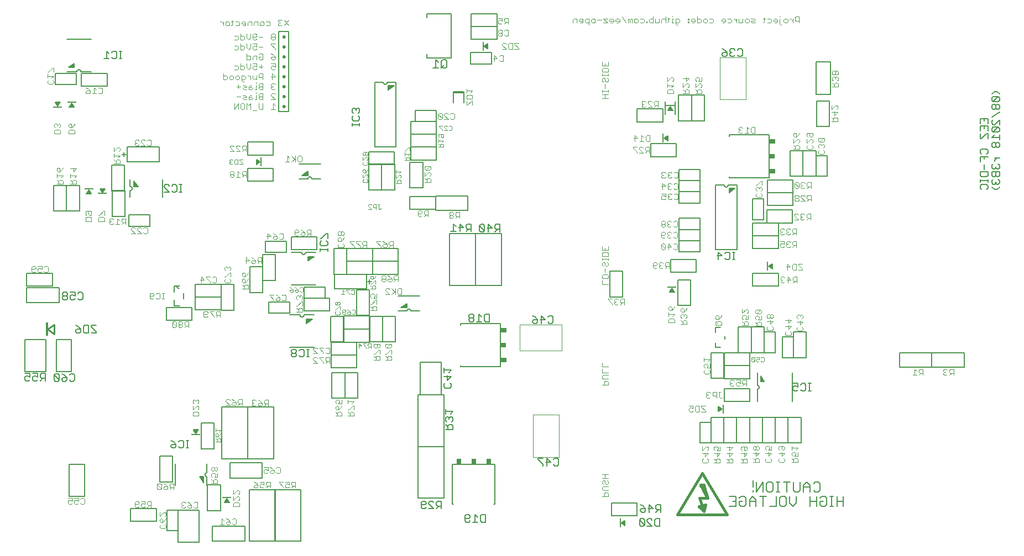
<source format=gbo>
G75*
G70*
%OFA0B0*%
%FSLAX24Y24*%
%IPPOS*%
%LPD*%
%AMOC8*
5,1,8,0,0,1.08239X$1,22.5*
%
%ADD10C,0.0040*%
%ADD11C,0.0050*%
%ADD12C,0.0160*%
%ADD13C,0.0070*%
%ADD14C,0.0100*%
%ADD15C,0.0060*%
%ADD16C,0.0030*%
%ADD17C,0.0080*%
%ADD18R,0.0327X0.0299*%
%ADD19R,0.0358X0.0299*%
%ADD20R,0.0079X0.0551*%
%ADD21R,0.0299X0.0327*%
%ADD22R,0.0299X0.0358*%
%ADD23R,0.0551X0.0079*%
%ADD24C,0.0020*%
%ADD25R,0.0620X0.0118*%
%ADD26R,0.0118X0.0827*%
D10*
X006221Y004730D02*
X006281Y004670D01*
X006401Y004670D01*
X006461Y004730D01*
X006461Y004850D02*
X006341Y004910D01*
X006281Y004910D01*
X006221Y004850D01*
X006221Y004730D01*
X006461Y004850D02*
X006461Y005030D01*
X006221Y005030D01*
X006589Y005030D02*
X006829Y005030D01*
X006829Y004850D01*
X006709Y004910D01*
X006649Y004910D01*
X006589Y004850D01*
X006589Y004730D01*
X006649Y004670D01*
X006769Y004670D01*
X006829Y004730D01*
X006957Y004730D02*
X007017Y004670D01*
X007137Y004670D01*
X007197Y004730D01*
X007197Y004970D01*
X007137Y005030D01*
X007017Y005030D01*
X006957Y004970D01*
X010246Y004770D02*
X010306Y004830D01*
X010426Y004830D01*
X010486Y004770D01*
X010486Y004710D01*
X010426Y004650D01*
X010246Y004650D01*
X010246Y004530D02*
X010246Y004770D01*
X010246Y004530D02*
X010306Y004470D01*
X010426Y004470D01*
X010486Y004530D01*
X010614Y004530D02*
X010674Y004470D01*
X010794Y004470D01*
X010854Y004530D01*
X010854Y004650D02*
X010734Y004710D01*
X010674Y004710D01*
X010614Y004650D01*
X010614Y004530D01*
X010854Y004650D02*
X010854Y004830D01*
X010614Y004830D01*
X010982Y004770D02*
X011042Y004830D01*
X011222Y004830D01*
X011222Y004470D01*
X011222Y004590D02*
X011042Y004590D01*
X010982Y004650D01*
X010982Y004770D01*
X011102Y004590D02*
X010982Y004470D01*
X011732Y004172D02*
X011732Y003932D01*
X011973Y004172D01*
X012033Y004172D01*
X012093Y004112D01*
X012093Y003992D01*
X012033Y003932D01*
X012093Y003804D02*
X012033Y003683D01*
X011913Y003563D01*
X011913Y003743D01*
X011853Y003804D01*
X011793Y003804D01*
X011732Y003743D01*
X011732Y003623D01*
X011793Y003563D01*
X011913Y003563D01*
X012033Y003435D02*
X012093Y003375D01*
X012093Y003255D01*
X012033Y003195D01*
X011793Y003195D01*
X011732Y003255D01*
X011732Y003375D01*
X011793Y003435D01*
X013046Y004480D02*
X013106Y004420D01*
X013226Y004420D01*
X013286Y004480D01*
X013414Y004480D02*
X013414Y004540D01*
X013474Y004600D01*
X013654Y004600D01*
X013654Y004480D01*
X013594Y004420D01*
X013474Y004420D01*
X013414Y004480D01*
X013534Y004720D02*
X013654Y004600D01*
X013534Y004720D02*
X013414Y004780D01*
X013286Y004720D02*
X013226Y004780D01*
X013106Y004780D01*
X013046Y004720D01*
X013046Y004660D01*
X013106Y004600D01*
X013046Y004540D01*
X013046Y004480D01*
X013106Y004600D02*
X013166Y004600D01*
X013782Y004480D02*
X013842Y004420D01*
X013962Y004420D01*
X014022Y004480D01*
X014022Y004720D01*
X013962Y004780D01*
X013842Y004780D01*
X013782Y004720D01*
X012567Y005545D02*
X012567Y005905D01*
X012387Y005905D01*
X012327Y005845D01*
X012327Y005725D01*
X012387Y005665D01*
X012567Y005665D01*
X012447Y005665D02*
X012327Y005545D01*
X012199Y005605D02*
X012139Y005545D01*
X012019Y005545D01*
X011959Y005605D01*
X011959Y005665D01*
X012019Y005725D01*
X012199Y005725D01*
X012199Y005605D01*
X012199Y005725D02*
X012079Y005845D01*
X011959Y005905D01*
X011831Y005845D02*
X011771Y005905D01*
X011651Y005905D01*
X011591Y005845D01*
X011831Y005605D01*
X011771Y005545D01*
X011651Y005545D01*
X011591Y005605D01*
X011591Y005845D01*
X011831Y005845D02*
X011831Y005605D01*
X014857Y005920D02*
X015218Y005920D01*
X015218Y006100D01*
X015158Y006160D01*
X015038Y006160D01*
X014978Y006100D01*
X014978Y005920D01*
X014978Y006040D02*
X014857Y006160D01*
X014918Y006288D02*
X014857Y006348D01*
X014857Y006468D01*
X014918Y006529D01*
X015038Y006529D01*
X015098Y006468D01*
X015098Y006408D01*
X015038Y006288D01*
X015218Y006288D01*
X015218Y006529D01*
X015158Y006657D02*
X015098Y006657D01*
X015038Y006717D01*
X015038Y006837D01*
X014978Y006897D01*
X014918Y006897D01*
X014857Y006837D01*
X014857Y006717D01*
X014918Y006657D01*
X014978Y006657D01*
X015038Y006717D01*
X015038Y006837D02*
X015098Y006897D01*
X015158Y006897D01*
X015218Y006837D01*
X015218Y006717D01*
X015158Y006657D01*
X016176Y005489D02*
X016176Y005249D01*
X016416Y005489D01*
X016476Y005489D01*
X016536Y005429D01*
X016536Y005309D01*
X016476Y005249D01*
X016476Y005120D02*
X016536Y005060D01*
X016536Y004940D01*
X016476Y004880D01*
X016476Y004752D02*
X016536Y004692D01*
X016536Y004512D01*
X016176Y004512D01*
X016176Y004692D01*
X016236Y004752D01*
X016476Y004752D01*
X016176Y004880D02*
X016416Y005120D01*
X016476Y005120D01*
X016176Y005120D02*
X016176Y004880D01*
X017416Y005705D02*
X017416Y005765D01*
X017476Y005825D01*
X017656Y005825D01*
X017656Y005705D01*
X017596Y005645D01*
X017476Y005645D01*
X017416Y005705D01*
X017536Y005945D02*
X017656Y005825D01*
X017784Y005825D02*
X017784Y005705D01*
X017844Y005645D01*
X017964Y005645D01*
X018024Y005705D01*
X018024Y005825D02*
X017904Y005885D01*
X017844Y005885D01*
X017784Y005825D01*
X017784Y006005D02*
X018024Y006005D01*
X018024Y005825D01*
X018152Y005825D02*
X018212Y005765D01*
X018392Y005765D01*
X018272Y005765D02*
X018152Y005645D01*
X018152Y005825D02*
X018152Y005945D01*
X018212Y006005D01*
X018392Y006005D01*
X018392Y005645D01*
X018941Y005945D02*
X018941Y006005D01*
X019181Y006005D01*
X019309Y006005D02*
X019549Y006005D01*
X019549Y005825D01*
X019429Y005885D01*
X019369Y005885D01*
X019309Y005825D01*
X019309Y005705D01*
X019369Y005645D01*
X019489Y005645D01*
X019549Y005705D01*
X019677Y005645D02*
X019797Y005765D01*
X019737Y005765D02*
X019917Y005765D01*
X019917Y005645D02*
X019917Y006005D01*
X019737Y006005D01*
X019677Y005945D01*
X019677Y005825D01*
X019737Y005765D01*
X019181Y005705D02*
X019181Y005645D01*
X019181Y005705D02*
X018941Y005945D01*
X018937Y006520D02*
X018817Y006520D01*
X018757Y006580D01*
X018629Y006580D02*
X018569Y006520D01*
X018449Y006520D01*
X018389Y006580D01*
X018389Y006640D01*
X018449Y006700D01*
X018629Y006700D01*
X018629Y006580D01*
X018629Y006700D02*
X018509Y006820D01*
X018389Y006880D01*
X018261Y006880D02*
X018261Y006700D01*
X018141Y006760D01*
X018081Y006760D01*
X018021Y006700D01*
X018021Y006580D01*
X018081Y006520D01*
X018201Y006520D01*
X018261Y006580D01*
X018261Y006880D02*
X018021Y006880D01*
X018757Y006820D02*
X018817Y006880D01*
X018937Y006880D01*
X018997Y006820D01*
X018997Y006580D01*
X018937Y006520D01*
X017536Y005945D02*
X017416Y006005D01*
X016287Y003780D02*
X016347Y003720D01*
X016347Y003480D01*
X016287Y003420D01*
X016167Y003420D01*
X016107Y003480D01*
X015979Y003480D02*
X015979Y003600D01*
X015799Y003600D01*
X015739Y003540D01*
X015739Y003480D01*
X015799Y003420D01*
X015919Y003420D01*
X015979Y003480D01*
X015979Y003600D02*
X015859Y003720D01*
X015739Y003780D01*
X015611Y003660D02*
X015491Y003780D01*
X015491Y003420D01*
X015611Y003420D02*
X015371Y003420D01*
X016107Y003720D02*
X016167Y003780D01*
X016287Y003780D01*
X014086Y009987D02*
X013726Y009987D01*
X013726Y010167D01*
X013786Y010227D01*
X014026Y010227D01*
X014086Y010167D01*
X014086Y009987D01*
X014026Y010355D02*
X014086Y010415D01*
X014086Y010535D01*
X014026Y010595D01*
X013966Y010595D01*
X013726Y010355D01*
X013726Y010595D01*
X013786Y010724D02*
X013726Y010784D01*
X013726Y010904D01*
X013786Y010964D01*
X013846Y010964D01*
X013906Y010904D01*
X013906Y010844D01*
X013906Y010904D02*
X013966Y010964D01*
X014026Y010964D01*
X014086Y010904D01*
X014086Y010784D01*
X014026Y010724D01*
X015721Y010620D02*
X015961Y010620D01*
X015721Y010860D01*
X015721Y010920D01*
X015781Y010980D01*
X015901Y010980D01*
X015961Y010920D01*
X016089Y010980D02*
X016209Y010920D01*
X016329Y010800D01*
X016149Y010800D01*
X016089Y010740D01*
X016089Y010680D01*
X016149Y010620D01*
X016269Y010620D01*
X016329Y010680D01*
X016329Y010800D01*
X016457Y010800D02*
X016517Y010740D01*
X016697Y010740D01*
X016577Y010740D02*
X016457Y010620D01*
X016457Y010800D02*
X016457Y010920D01*
X016517Y010980D01*
X016697Y010980D01*
X016697Y010620D01*
X017296Y010655D02*
X017356Y010595D01*
X017476Y010595D01*
X017536Y010655D01*
X017664Y010655D02*
X017664Y010715D01*
X017724Y010775D01*
X017904Y010775D01*
X017904Y010655D01*
X017844Y010595D01*
X017724Y010595D01*
X017664Y010655D01*
X017784Y010895D02*
X017904Y010775D01*
X018032Y010775D02*
X018092Y010715D01*
X018272Y010715D01*
X018152Y010715D02*
X018032Y010595D01*
X018032Y010775D02*
X018032Y010895D01*
X018092Y010955D01*
X018272Y010955D01*
X018272Y010595D01*
X017784Y010895D02*
X017664Y010955D01*
X017536Y010895D02*
X017476Y010955D01*
X017356Y010955D01*
X017296Y010895D01*
X017296Y010835D01*
X017356Y010775D01*
X017296Y010715D01*
X017296Y010655D01*
X017356Y010775D02*
X017416Y010775D01*
X020991Y013170D02*
X021231Y013170D01*
X020991Y013410D01*
X020991Y013470D01*
X021051Y013530D01*
X021171Y013530D01*
X021231Y013470D01*
X021359Y013470D02*
X021599Y013230D01*
X021599Y013170D01*
X021727Y013170D02*
X021847Y013290D01*
X021787Y013290D02*
X021967Y013290D01*
X021967Y013170D02*
X021967Y013530D01*
X021787Y013530D01*
X021727Y013470D01*
X021727Y013350D01*
X021787Y013290D01*
X021599Y013530D02*
X021359Y013530D01*
X021359Y013470D01*
X021231Y013745D02*
X020991Y013985D01*
X020991Y014045D01*
X021051Y014105D01*
X021171Y014105D01*
X021231Y014045D01*
X021359Y014045D02*
X021599Y013805D01*
X021599Y013745D01*
X021727Y013805D02*
X021787Y013745D01*
X021907Y013745D01*
X021967Y013805D01*
X021967Y014045D01*
X021907Y014105D01*
X021787Y014105D01*
X021727Y014045D01*
X021599Y014105D02*
X021359Y014105D01*
X021359Y014045D01*
X021231Y013745D02*
X020991Y013745D01*
X024657Y013733D02*
X024718Y013733D01*
X024958Y013974D01*
X025018Y013974D01*
X025018Y013733D01*
X024958Y013605D02*
X024838Y013605D01*
X024778Y013545D01*
X024778Y013365D01*
X024778Y013485D02*
X024657Y013605D01*
X024657Y013365D02*
X025018Y013365D01*
X025018Y013545D01*
X024958Y013605D01*
X025357Y013605D02*
X025478Y013485D01*
X025478Y013545D02*
X025478Y013365D01*
X025357Y013365D02*
X025718Y013365D01*
X025718Y013545D01*
X025658Y013605D01*
X025538Y013605D01*
X025478Y013545D01*
X025418Y013733D02*
X025357Y013733D01*
X025418Y013733D02*
X025658Y013974D01*
X025718Y013974D01*
X025718Y013733D01*
X025658Y014102D02*
X025718Y014162D01*
X025718Y014282D01*
X025658Y014342D01*
X025418Y014102D01*
X025357Y014162D01*
X025357Y014282D01*
X025418Y014342D01*
X025658Y014342D01*
X025658Y014102D02*
X025418Y014102D01*
X025018Y014162D02*
X025018Y014282D01*
X024958Y014342D01*
X024898Y014342D01*
X024838Y014282D01*
X024838Y014162D01*
X024898Y014102D01*
X024958Y014102D01*
X025018Y014162D01*
X024838Y014162D02*
X024778Y014102D01*
X024718Y014102D01*
X024657Y014162D01*
X024657Y014282D01*
X024718Y014342D01*
X024778Y014342D01*
X024838Y014282D01*
X024818Y016370D02*
X024818Y016550D01*
X024758Y016610D01*
X024638Y016610D01*
X024578Y016550D01*
X024578Y016370D01*
X024578Y016490D02*
X024457Y016610D01*
X024457Y016738D02*
X024518Y016738D01*
X024758Y016979D01*
X024818Y016979D01*
X024818Y016738D01*
X024818Y016370D02*
X024457Y016370D01*
X024518Y017107D02*
X024457Y017167D01*
X024457Y017287D01*
X024518Y017347D01*
X024638Y017347D01*
X024698Y017287D01*
X024698Y017227D01*
X024638Y017107D01*
X024818Y017107D01*
X024818Y017347D01*
X025346Y017320D02*
X025586Y017320D01*
X025346Y017560D01*
X025346Y017620D01*
X025406Y017680D01*
X025526Y017680D01*
X025586Y017620D01*
X025714Y017680D02*
X025954Y017440D01*
X025894Y017500D02*
X025714Y017320D01*
X025954Y017320D02*
X025954Y017680D01*
X026082Y017620D02*
X026142Y017680D01*
X026262Y017680D01*
X026322Y017620D01*
X026322Y017380D01*
X026262Y017320D01*
X026142Y017320D01*
X026082Y017380D01*
X026082Y017620D01*
X026097Y018095D02*
X026097Y018455D01*
X025917Y018455D01*
X025857Y018395D01*
X025857Y018275D01*
X025917Y018215D01*
X026097Y018215D01*
X025977Y018215D02*
X025857Y018095D01*
X025729Y018155D02*
X025669Y018095D01*
X025549Y018095D01*
X025489Y018155D01*
X025489Y018215D01*
X025549Y018275D01*
X025729Y018275D01*
X025729Y018155D01*
X025729Y018275D02*
X025609Y018395D01*
X025489Y018455D01*
X025361Y018395D02*
X025361Y018335D01*
X025301Y018275D01*
X025181Y018275D01*
X025121Y018215D01*
X025121Y018155D01*
X025181Y018095D01*
X025301Y018095D01*
X025361Y018155D01*
X025361Y018215D01*
X025301Y018275D01*
X025181Y018275D02*
X025121Y018335D01*
X025121Y018395D01*
X025181Y018455D01*
X025301Y018455D01*
X025361Y018395D01*
X025369Y020170D02*
X025249Y020170D01*
X025189Y020230D01*
X025189Y020290D01*
X025249Y020350D01*
X025429Y020350D01*
X025429Y020230D01*
X025369Y020170D01*
X025557Y020170D02*
X025677Y020290D01*
X025617Y020290D02*
X025797Y020290D01*
X025797Y020170D02*
X025797Y020530D01*
X025617Y020530D01*
X025557Y020470D01*
X025557Y020350D01*
X025617Y020290D01*
X025429Y020350D02*
X025309Y020470D01*
X025189Y020530D01*
X025061Y020530D02*
X024821Y020530D01*
X024821Y020470D01*
X025061Y020230D01*
X025061Y020170D01*
X024197Y020170D02*
X024197Y020530D01*
X024017Y020530D01*
X023957Y020470D01*
X023957Y020350D01*
X024017Y020290D01*
X024197Y020290D01*
X024077Y020290D02*
X023957Y020170D01*
X023829Y020170D02*
X023829Y020230D01*
X023589Y020470D01*
X023589Y020530D01*
X023829Y020530D01*
X023461Y020530D02*
X023221Y020530D01*
X023221Y020470D01*
X023461Y020230D01*
X023461Y020170D01*
X022843Y020205D02*
X022843Y020325D01*
X022783Y020385D01*
X022663Y020513D02*
X022663Y020693D01*
X022603Y020754D01*
X022543Y020754D01*
X022482Y020693D01*
X022482Y020573D01*
X022543Y020513D01*
X022663Y020513D01*
X022783Y020633D01*
X022843Y020754D01*
X022783Y020882D02*
X022723Y020882D01*
X022663Y020942D01*
X022663Y021062D01*
X022603Y021122D01*
X022543Y021122D01*
X022482Y021062D01*
X022482Y020942D01*
X022543Y020882D01*
X022603Y020882D01*
X022663Y020942D01*
X022663Y021062D02*
X022723Y021122D01*
X022783Y021122D01*
X022843Y021062D01*
X022843Y020942D01*
X022783Y020882D01*
X022543Y020385D02*
X022482Y020325D01*
X022482Y020205D01*
X022543Y020145D01*
X022783Y020145D01*
X022843Y020205D01*
X020842Y020870D02*
X020842Y021230D01*
X020662Y021230D01*
X020602Y021170D01*
X020602Y021050D01*
X020662Y020990D01*
X020842Y020990D01*
X020722Y020990D02*
X020602Y020870D01*
X020474Y020930D02*
X020414Y020870D01*
X020294Y020870D01*
X020234Y020930D01*
X020234Y020990D01*
X020294Y021050D01*
X020474Y021050D01*
X020474Y020930D01*
X020474Y021050D02*
X020354Y021170D01*
X020234Y021230D01*
X020106Y021170D02*
X020106Y021110D01*
X020046Y021050D01*
X019866Y021050D01*
X019866Y020930D02*
X019866Y021170D01*
X019926Y021230D01*
X020046Y021230D01*
X020106Y021170D01*
X020106Y020930D02*
X020046Y020870D01*
X019926Y020870D01*
X019866Y020930D01*
X019167Y020945D02*
X019167Y020705D01*
X019107Y020645D01*
X018987Y020645D01*
X018927Y020705D01*
X018799Y020705D02*
X018739Y020645D01*
X018619Y020645D01*
X018559Y020705D01*
X018559Y020765D01*
X018619Y020825D01*
X018799Y020825D01*
X018799Y020705D01*
X018799Y020825D02*
X018679Y020945D01*
X018559Y021005D01*
X018431Y020825D02*
X018191Y020825D01*
X018251Y020645D02*
X018251Y021005D01*
X018431Y020825D01*
X018927Y020945D02*
X018987Y021005D01*
X019107Y021005D01*
X019167Y020945D01*
X017872Y019555D02*
X017692Y019555D01*
X017632Y019495D01*
X017632Y019375D01*
X017692Y019315D01*
X017872Y019315D01*
X017752Y019315D02*
X017632Y019195D01*
X017504Y019255D02*
X017444Y019195D01*
X017324Y019195D01*
X017264Y019255D01*
X017264Y019315D01*
X017324Y019375D01*
X017504Y019375D01*
X017504Y019255D01*
X017504Y019375D02*
X017384Y019495D01*
X017264Y019555D01*
X017136Y019375D02*
X016956Y019555D01*
X016956Y019195D01*
X016896Y019375D02*
X017136Y019375D01*
X017872Y019195D02*
X017872Y019555D01*
X017068Y018642D02*
X017008Y018522D01*
X016888Y018402D01*
X016888Y018582D01*
X016828Y018642D01*
X016768Y018642D01*
X016707Y018582D01*
X016707Y018462D01*
X016768Y018402D01*
X016888Y018402D01*
X016828Y018274D02*
X016888Y018214D01*
X016888Y018033D01*
X016768Y018033D01*
X016707Y018093D01*
X016707Y018214D01*
X016768Y018274D01*
X016828Y018274D01*
X017008Y018153D02*
X016888Y018033D01*
X016888Y017905D02*
X016828Y017845D01*
X016828Y017665D01*
X016828Y017785D02*
X016707Y017905D01*
X016888Y017905D02*
X017008Y017905D01*
X017068Y017845D01*
X017068Y017665D01*
X016707Y017665D01*
X017008Y018153D02*
X017068Y018274D01*
X016018Y018200D02*
X016018Y018080D01*
X015958Y018020D01*
X015718Y018020D01*
X015657Y018080D01*
X015657Y018200D01*
X015718Y018260D01*
X015718Y018388D02*
X015657Y018388D01*
X015718Y018388D02*
X015958Y018629D01*
X016018Y018629D01*
X016018Y018388D01*
X015958Y018260D02*
X016018Y018200D01*
X015147Y018320D02*
X015147Y018080D01*
X015087Y018020D01*
X014967Y018020D01*
X014907Y018080D01*
X014779Y018080D02*
X014779Y018020D01*
X014779Y018080D02*
X014539Y018320D01*
X014539Y018380D01*
X014779Y018380D01*
X014907Y018320D02*
X014967Y018380D01*
X015087Y018380D01*
X015147Y018320D01*
X015657Y018817D02*
X015718Y018757D01*
X015657Y018817D02*
X015657Y018937D01*
X015718Y018997D01*
X015778Y018997D01*
X015838Y018937D01*
X015838Y018877D01*
X015838Y018937D02*
X015898Y018997D01*
X015958Y018997D01*
X016018Y018937D01*
X016018Y018817D01*
X015958Y018757D01*
X014411Y018200D02*
X014171Y018200D01*
X014231Y018020D02*
X014231Y018380D01*
X014411Y018200D01*
X012002Y017405D02*
X011882Y017405D01*
X011942Y017405D02*
X011942Y017045D01*
X012002Y017045D02*
X011882Y017045D01*
X011757Y017105D02*
X011697Y017045D01*
X011577Y017045D01*
X011517Y017105D01*
X011389Y017105D02*
X011329Y017045D01*
X011208Y017045D01*
X011148Y017105D01*
X011148Y017345D01*
X011208Y017405D01*
X011329Y017405D01*
X011389Y017345D01*
X011389Y017285D01*
X011329Y017225D01*
X011148Y017225D01*
X011517Y017345D02*
X011577Y017405D01*
X011697Y017405D01*
X011757Y017345D01*
X011757Y017105D01*
X012556Y015680D02*
X012496Y015620D01*
X012736Y015380D01*
X012676Y015320D01*
X012556Y015320D01*
X012496Y015380D01*
X012496Y015620D01*
X012556Y015680D02*
X012676Y015680D01*
X012736Y015620D01*
X012736Y015380D01*
X012864Y015380D02*
X012924Y015320D01*
X013044Y015320D01*
X013104Y015380D01*
X013104Y015440D01*
X013044Y015500D01*
X012924Y015500D01*
X012864Y015440D01*
X012864Y015380D01*
X012924Y015500D02*
X012864Y015560D01*
X012864Y015620D01*
X012924Y015680D01*
X013044Y015680D01*
X013104Y015620D01*
X013104Y015560D01*
X013044Y015500D01*
X013232Y015500D02*
X013292Y015440D01*
X013472Y015440D01*
X013352Y015440D02*
X013232Y015320D01*
X013232Y015500D02*
X013232Y015620D01*
X013292Y015680D01*
X013472Y015680D01*
X013472Y015320D01*
X014391Y016005D02*
X014391Y016245D01*
X014451Y016305D01*
X014571Y016305D01*
X014631Y016245D01*
X014631Y016185D01*
X014571Y016125D01*
X014391Y016125D01*
X014391Y016005D02*
X014451Y015945D01*
X014571Y015945D01*
X014631Y016005D01*
X014759Y016245D02*
X014999Y016005D01*
X014999Y015945D01*
X015127Y015945D02*
X015247Y016065D01*
X015187Y016065D02*
X015367Y016065D01*
X015367Y015945D02*
X015367Y016305D01*
X015187Y016305D01*
X015127Y016245D01*
X015127Y016125D01*
X015187Y016065D01*
X014999Y016305D02*
X014759Y016305D01*
X014759Y016245D01*
X018366Y017245D02*
X018606Y017005D01*
X018606Y016945D01*
X018734Y017005D02*
X018734Y017065D01*
X018794Y017125D01*
X018974Y017125D01*
X018974Y017005D01*
X018914Y016945D01*
X018794Y016945D01*
X018734Y017005D01*
X018854Y017245D02*
X018974Y017125D01*
X018854Y017245D02*
X018734Y017305D01*
X018606Y017305D02*
X018366Y017305D01*
X018366Y017245D01*
X019102Y017245D02*
X019162Y017305D01*
X019282Y017305D01*
X019342Y017245D01*
X019342Y017005D01*
X019282Y016945D01*
X019162Y016945D01*
X019102Y017005D01*
X019982Y017067D02*
X019982Y017187D01*
X020043Y017247D01*
X020103Y017247D01*
X020163Y017187D01*
X020163Y017127D01*
X020163Y017187D02*
X020223Y017247D01*
X020283Y017247D01*
X020343Y017187D01*
X020343Y017067D01*
X020283Y017007D01*
X020283Y016879D02*
X020043Y016638D01*
X019982Y016638D01*
X019982Y016510D02*
X020103Y016390D01*
X020103Y016450D02*
X020103Y016270D01*
X019982Y016270D02*
X020343Y016270D01*
X020343Y016450D01*
X020283Y016510D01*
X020163Y016510D01*
X020103Y016450D01*
X020343Y016638D02*
X020343Y016879D01*
X020283Y016879D01*
X020043Y017007D02*
X019982Y017067D01*
X027309Y022080D02*
X027309Y022320D01*
X027369Y022380D01*
X027489Y022380D01*
X027549Y022320D01*
X027549Y022260D01*
X027489Y022200D01*
X027309Y022200D01*
X027309Y022080D02*
X027369Y022020D01*
X027489Y022020D01*
X027549Y022080D01*
X027677Y022020D02*
X027797Y022140D01*
X027737Y022140D02*
X027917Y022140D01*
X027917Y022020D02*
X027917Y022380D01*
X027737Y022380D01*
X027677Y022320D01*
X027677Y022200D01*
X027737Y022140D01*
X029196Y022160D02*
X029256Y022100D01*
X029376Y022100D01*
X029436Y022160D01*
X029436Y022220D01*
X029376Y022280D01*
X029256Y022280D01*
X029196Y022220D01*
X029196Y022160D01*
X029256Y022100D02*
X029196Y022040D01*
X029196Y021980D01*
X029256Y021920D01*
X029376Y021920D01*
X029436Y021980D01*
X029436Y022040D01*
X029376Y022100D01*
X029564Y022100D02*
X029624Y022040D01*
X029804Y022040D01*
X029804Y021920D02*
X029804Y022280D01*
X029624Y022280D01*
X029564Y022220D01*
X029564Y022100D01*
X029684Y022040D02*
X029564Y021920D01*
X028068Y024095D02*
X027707Y024095D01*
X027828Y024095D02*
X027828Y024275D01*
X027888Y024335D01*
X028008Y024335D01*
X028068Y024275D01*
X028068Y024095D01*
X027828Y024215D02*
X027707Y024335D01*
X027707Y024463D02*
X027948Y024704D01*
X028008Y024704D01*
X028068Y024643D01*
X028068Y024523D01*
X028008Y024463D01*
X027707Y024463D02*
X027707Y024704D01*
X027768Y024832D02*
X028008Y025072D01*
X027768Y025072D01*
X027707Y025012D01*
X027707Y024892D01*
X027768Y024832D01*
X028008Y024832D01*
X028068Y024892D01*
X028068Y025012D01*
X028008Y025072D01*
X028581Y027895D02*
X028701Y027895D01*
X028761Y027955D01*
X028521Y028195D01*
X028521Y027955D01*
X028581Y027895D01*
X028761Y027955D02*
X028761Y028195D01*
X028701Y028255D01*
X028581Y028255D01*
X028521Y028195D01*
X028889Y028195D02*
X028949Y028255D01*
X029069Y028255D01*
X029129Y028195D01*
X029257Y028195D02*
X029317Y028255D01*
X029437Y028255D01*
X029497Y028195D01*
X029497Y027955D01*
X029437Y027895D01*
X029317Y027895D01*
X029257Y027955D01*
X029129Y027895D02*
X028889Y028135D01*
X028889Y028195D01*
X028889Y027895D02*
X029129Y027895D01*
X030226Y028758D02*
X030226Y028998D01*
X030226Y029126D02*
X030226Y029306D01*
X030286Y029366D01*
X030526Y029366D01*
X030586Y029306D01*
X030586Y029126D01*
X030226Y029126D01*
X030526Y028998D02*
X030286Y028758D01*
X030226Y028758D01*
X030586Y028758D02*
X030586Y028998D01*
X030526Y028998D01*
X030466Y029494D02*
X030586Y029614D01*
X030226Y029614D01*
X030226Y029494D02*
X030226Y029734D01*
X031906Y031395D02*
X031906Y031755D01*
X032086Y031575D01*
X031846Y031575D01*
X032214Y031455D02*
X032274Y031395D01*
X032394Y031395D01*
X032454Y031455D01*
X032454Y031695D01*
X032394Y031755D01*
X032274Y031755D01*
X032214Y031695D01*
X032388Y032126D02*
X032628Y032126D01*
X032388Y032367D01*
X032388Y032427D01*
X032448Y032487D01*
X032568Y032487D01*
X032628Y032427D01*
X032756Y032427D02*
X032816Y032487D01*
X032996Y032487D01*
X032996Y032126D01*
X032816Y032126D01*
X032756Y032186D01*
X032756Y032427D01*
X033124Y032427D02*
X033364Y032186D01*
X033364Y032126D01*
X033124Y032126D01*
X033124Y032427D02*
X033124Y032487D01*
X033364Y032487D01*
X032754Y032980D02*
X032694Y032920D01*
X032574Y032920D01*
X032514Y032980D01*
X032386Y032980D02*
X032386Y033040D01*
X032326Y033100D01*
X032206Y033100D01*
X032146Y033040D01*
X032146Y032980D01*
X032206Y032920D01*
X032326Y032920D01*
X032386Y032980D01*
X032326Y033100D02*
X032386Y033160D01*
X032386Y033220D01*
X032326Y033280D01*
X032206Y033280D01*
X032146Y033220D01*
X032146Y033160D01*
X032206Y033100D01*
X032514Y033220D02*
X032574Y033280D01*
X032694Y033280D01*
X032754Y033220D01*
X032754Y032980D01*
X032754Y033645D02*
X032754Y034005D01*
X032574Y034005D01*
X032514Y033945D01*
X032514Y033825D01*
X032574Y033765D01*
X032754Y033765D01*
X032634Y033765D02*
X032514Y033645D01*
X032386Y033705D02*
X032326Y033645D01*
X032206Y033645D01*
X032146Y033705D01*
X032146Y033825D01*
X032206Y033885D01*
X032266Y033885D01*
X032386Y033825D01*
X032386Y034005D01*
X032146Y034005D01*
X036645Y033900D02*
X036645Y033720D01*
X036645Y033900D02*
X036705Y033960D01*
X036885Y033960D01*
X036885Y033720D01*
X037013Y033840D02*
X037254Y033840D01*
X037254Y033780D02*
X037254Y033900D01*
X037194Y033960D01*
X037074Y033960D01*
X037013Y033900D01*
X037013Y033840D01*
X037074Y033720D02*
X037194Y033720D01*
X037254Y033780D01*
X037382Y033780D02*
X037442Y033720D01*
X037622Y033720D01*
X037622Y033600D02*
X037622Y033960D01*
X037442Y033960D01*
X037382Y033900D01*
X037382Y033780D01*
X037750Y033780D02*
X037750Y033900D01*
X037810Y033960D01*
X037930Y033960D01*
X037990Y033900D01*
X037990Y033780D01*
X037930Y033720D01*
X037810Y033720D01*
X037750Y033780D01*
X038118Y033900D02*
X038359Y033900D01*
X038487Y033960D02*
X038727Y033720D01*
X038487Y033720D01*
X038487Y033960D02*
X038727Y033960D01*
X038855Y033900D02*
X038855Y033840D01*
X039095Y033840D01*
X039095Y033780D02*
X039095Y033900D01*
X039035Y033960D01*
X038915Y033960D01*
X038855Y033900D01*
X038915Y033720D02*
X039035Y033720D01*
X039095Y033780D01*
X039223Y033840D02*
X039464Y033840D01*
X039464Y033780D02*
X039464Y033900D01*
X039404Y033960D01*
X039283Y033960D01*
X039223Y033900D01*
X039223Y033840D01*
X039283Y033720D02*
X039404Y033720D01*
X039464Y033780D01*
X039592Y034080D02*
X039832Y033720D01*
X039960Y033720D02*
X039960Y033900D01*
X040020Y033960D01*
X040080Y033900D01*
X040080Y033720D01*
X040200Y033720D02*
X040200Y033960D01*
X040140Y033960D01*
X040080Y033900D01*
X040328Y033900D02*
X040388Y033960D01*
X040508Y033960D01*
X040569Y033900D01*
X040569Y033780D01*
X040508Y033720D01*
X040388Y033720D01*
X040328Y033780D01*
X040328Y033900D01*
X040697Y033960D02*
X040877Y033960D01*
X040937Y033900D01*
X040937Y033780D01*
X040877Y033720D01*
X040697Y033720D01*
X041061Y033720D02*
X041121Y033720D01*
X041121Y033780D01*
X041061Y033780D01*
X041061Y033720D01*
X041249Y033780D02*
X041249Y033900D01*
X041309Y033960D01*
X041489Y033960D01*
X041489Y034080D02*
X041489Y033720D01*
X041309Y033720D01*
X041249Y033780D01*
X041617Y033720D02*
X041617Y033960D01*
X041617Y033720D02*
X041798Y033720D01*
X041858Y033780D01*
X041858Y033960D01*
X041986Y033900D02*
X041986Y033720D01*
X041986Y033900D02*
X042046Y033960D01*
X042166Y033960D01*
X042226Y033900D01*
X042351Y033960D02*
X042471Y033960D01*
X042411Y034020D02*
X042411Y033780D01*
X042351Y033720D01*
X042226Y033720D02*
X042226Y034080D01*
X042657Y034080D02*
X042657Y034140D01*
X042657Y033960D02*
X042657Y033720D01*
X042717Y033720D02*
X042597Y033720D01*
X042657Y033960D02*
X042717Y033960D01*
X042845Y033960D02*
X043025Y033960D01*
X043085Y033900D01*
X043085Y033780D01*
X043025Y033720D01*
X042845Y033720D01*
X042845Y033660D02*
X042845Y033960D01*
X042845Y033660D02*
X042905Y033600D01*
X042965Y033600D01*
X043578Y033720D02*
X043638Y033720D01*
X043638Y033780D01*
X043578Y033780D01*
X043578Y033720D01*
X043578Y033900D02*
X043638Y033900D01*
X043638Y033960D01*
X043578Y033960D01*
X043578Y033900D01*
X043766Y033900D02*
X043766Y033840D01*
X044006Y033840D01*
X044006Y033780D02*
X044006Y033900D01*
X043946Y033960D01*
X043826Y033960D01*
X043766Y033900D01*
X043826Y033720D02*
X043946Y033720D01*
X044006Y033780D01*
X044134Y033720D02*
X044314Y033720D01*
X044374Y033780D01*
X044374Y033900D01*
X044314Y033960D01*
X044134Y033960D01*
X044134Y034080D02*
X044134Y033720D01*
X044503Y033780D02*
X044503Y033900D01*
X044563Y033960D01*
X044683Y033960D01*
X044743Y033900D01*
X044743Y033780D01*
X044683Y033720D01*
X044563Y033720D01*
X044503Y033780D01*
X044871Y033720D02*
X045051Y033720D01*
X045111Y033780D01*
X045111Y033900D01*
X045051Y033960D01*
X044871Y033960D01*
X045607Y033900D02*
X045607Y033840D01*
X045848Y033840D01*
X045848Y033780D02*
X045848Y033900D01*
X045788Y033960D01*
X045668Y033960D01*
X045607Y033900D01*
X045668Y033720D02*
X045788Y033720D01*
X045848Y033780D01*
X045976Y033720D02*
X046156Y033720D01*
X046216Y033780D01*
X046216Y033900D01*
X046156Y033960D01*
X045976Y033960D01*
X046343Y033960D02*
X046403Y033960D01*
X046523Y033840D01*
X046523Y033720D02*
X046523Y033960D01*
X046651Y033960D02*
X046651Y033720D01*
X046831Y033720D01*
X046891Y033780D01*
X046891Y033960D01*
X047019Y033900D02*
X047079Y033960D01*
X047200Y033960D01*
X047260Y033900D01*
X047260Y033780D01*
X047200Y033720D01*
X047079Y033720D01*
X047019Y033780D01*
X047019Y033900D01*
X047388Y033960D02*
X047568Y033960D01*
X047628Y033900D01*
X047568Y033840D01*
X047448Y033840D01*
X047388Y033780D01*
X047448Y033720D01*
X047628Y033720D01*
X048122Y033720D02*
X048182Y033780D01*
X048182Y034020D01*
X048242Y033960D02*
X048122Y033960D01*
X048370Y033960D02*
X048550Y033960D01*
X048610Y033900D01*
X048610Y033780D01*
X048550Y033720D01*
X048370Y033720D01*
X048738Y033840D02*
X048978Y033840D01*
X048978Y033780D02*
X048978Y033900D01*
X048918Y033960D01*
X048798Y033960D01*
X048738Y033900D01*
X048738Y033840D01*
X048798Y033720D02*
X048918Y033720D01*
X048978Y033780D01*
X049104Y033660D02*
X049104Y033960D01*
X049104Y034080D02*
X049104Y034140D01*
X049352Y033900D02*
X049412Y033960D01*
X049532Y033960D01*
X049592Y033900D01*
X049592Y033780D01*
X049532Y033720D01*
X049412Y033720D01*
X049352Y033780D01*
X049352Y033900D01*
X049224Y033600D02*
X049164Y033600D01*
X049104Y033660D01*
X049719Y033960D02*
X049779Y033960D01*
X049899Y033840D01*
X049899Y033720D02*
X049899Y033960D01*
X050027Y033900D02*
X050087Y033840D01*
X050267Y033840D01*
X050267Y033720D02*
X050267Y034080D01*
X050087Y034080D01*
X050027Y034020D01*
X050027Y033900D01*
X052343Y030822D02*
X052282Y030762D01*
X052282Y030642D01*
X052343Y030582D01*
X052403Y030582D01*
X052463Y030642D01*
X052463Y030762D01*
X052403Y030822D01*
X052343Y030822D01*
X052463Y030762D02*
X052523Y030822D01*
X052583Y030822D01*
X052643Y030762D01*
X052643Y030642D01*
X052583Y030582D01*
X052523Y030582D01*
X052463Y030642D01*
X052523Y030454D02*
X052463Y030393D01*
X052403Y030454D01*
X052343Y030454D01*
X052282Y030393D01*
X052282Y030273D01*
X052343Y030213D01*
X052282Y030085D02*
X052403Y029965D01*
X052403Y030025D02*
X052403Y029845D01*
X052282Y029845D02*
X052643Y029845D01*
X052643Y030025D01*
X052583Y030085D01*
X052463Y030085D01*
X052403Y030025D01*
X052583Y030213D02*
X052643Y030273D01*
X052643Y030393D01*
X052583Y030454D01*
X052523Y030454D01*
X052463Y030393D02*
X052463Y030333D01*
X052473Y028742D02*
X052533Y028742D01*
X052593Y028682D01*
X052593Y028562D01*
X052533Y028502D01*
X052413Y028374D02*
X052413Y028133D01*
X052593Y028314D01*
X052232Y028314D01*
X052232Y028502D02*
X052473Y028742D01*
X052232Y028742D02*
X052232Y028502D01*
X052232Y028005D02*
X052353Y027885D01*
X052353Y027945D02*
X052353Y027765D01*
X052232Y027765D02*
X052593Y027765D01*
X052593Y027945D01*
X052533Y028005D01*
X052413Y028005D01*
X052353Y027945D01*
X051093Y027012D02*
X051033Y027072D01*
X050793Y027072D01*
X050732Y027012D01*
X050732Y026892D01*
X050793Y026832D01*
X050913Y026892D02*
X050913Y027072D01*
X050913Y026892D02*
X050973Y026832D01*
X051033Y026832D01*
X051093Y026892D01*
X051093Y027012D01*
X051033Y026704D02*
X051093Y026643D01*
X051093Y026523D01*
X051033Y026463D01*
X051033Y026335D02*
X051093Y026275D01*
X051093Y026155D01*
X051033Y026095D01*
X050793Y026095D01*
X050732Y026155D01*
X050732Y026275D01*
X050793Y026335D01*
X050732Y026463D02*
X050973Y026704D01*
X051033Y026704D01*
X050732Y026704D02*
X050732Y026463D01*
X050293Y026523D02*
X050233Y026463D01*
X050293Y026523D02*
X050293Y026643D01*
X050233Y026704D01*
X050173Y026704D01*
X049932Y026463D01*
X049932Y026704D01*
X049993Y026832D02*
X049932Y026892D01*
X049932Y027012D01*
X049993Y027072D01*
X050053Y027072D01*
X050113Y027012D01*
X050113Y026832D01*
X049993Y026832D01*
X050113Y026832D02*
X050233Y026952D01*
X050293Y027072D01*
X051457Y026712D02*
X051457Y026592D01*
X051518Y026532D01*
X051758Y026772D01*
X051518Y026772D01*
X051457Y026712D01*
X051518Y026532D02*
X051758Y026532D01*
X051818Y026592D01*
X051818Y026712D01*
X051758Y026772D01*
X051758Y026404D02*
X051698Y026404D01*
X051638Y026343D01*
X051578Y026404D01*
X051518Y026404D01*
X051457Y026343D01*
X051457Y026223D01*
X051518Y026163D01*
X051518Y026035D02*
X051457Y025975D01*
X051457Y025855D01*
X051518Y025795D01*
X051758Y025795D01*
X051818Y025855D01*
X051818Y025975D01*
X051758Y026035D01*
X051758Y026163D02*
X051818Y026223D01*
X051818Y026343D01*
X051758Y026404D01*
X051638Y026343D02*
X051638Y026283D01*
X050293Y026275D02*
X050293Y026095D01*
X049932Y026095D01*
X050053Y026095D02*
X050053Y026275D01*
X050113Y026335D01*
X050233Y026335D01*
X050293Y026275D01*
X050053Y026215D02*
X049932Y026335D01*
X047617Y027070D02*
X047437Y027070D01*
X047377Y027130D01*
X047377Y027370D01*
X047437Y027430D01*
X047617Y027430D01*
X047617Y027070D01*
X047249Y027070D02*
X047009Y027070D01*
X047129Y027070D02*
X047129Y027430D01*
X047249Y027310D01*
X046881Y027370D02*
X046821Y027430D01*
X046701Y027430D01*
X046641Y027370D01*
X046641Y027310D01*
X046701Y027250D01*
X046641Y027190D01*
X046641Y027130D01*
X046701Y027070D01*
X046821Y027070D01*
X046881Y027130D01*
X046761Y027250D02*
X046701Y027250D01*
X044393Y029445D02*
X044393Y029625D01*
X044333Y029685D01*
X044213Y029685D01*
X044153Y029625D01*
X044153Y029445D01*
X044153Y029565D02*
X044032Y029685D01*
X044032Y029813D02*
X044273Y030054D01*
X044333Y030054D01*
X044393Y029993D01*
X044393Y029873D01*
X044333Y029813D01*
X044032Y029813D02*
X044032Y030054D01*
X044093Y030182D02*
X044032Y030242D01*
X044032Y030362D01*
X044093Y030422D01*
X044213Y030422D01*
X044273Y030362D01*
X044273Y030302D01*
X044213Y030182D01*
X044393Y030182D01*
X044393Y030422D01*
X043643Y030362D02*
X043463Y030182D01*
X043463Y030422D01*
X043643Y030362D02*
X043282Y030362D01*
X043282Y030054D02*
X043282Y029813D01*
X043523Y030054D01*
X043583Y030054D01*
X043643Y029993D01*
X043643Y029873D01*
X043583Y029813D01*
X043583Y029685D02*
X043463Y029685D01*
X043403Y029625D01*
X043403Y029445D01*
X043403Y029565D02*
X043282Y029685D01*
X043282Y029445D02*
X043643Y029445D01*
X043643Y029625D01*
X043583Y029685D01*
X044032Y029445D02*
X044393Y029445D01*
X042693Y029445D02*
X042693Y029625D01*
X042633Y029685D01*
X042393Y029685D01*
X042332Y029625D01*
X042332Y029445D01*
X042693Y029445D01*
X042573Y029813D02*
X042693Y029933D01*
X042332Y029933D01*
X042332Y029813D02*
X042332Y030054D01*
X042332Y030182D02*
X042573Y030422D01*
X042633Y030422D01*
X042693Y030362D01*
X042693Y030242D01*
X042633Y030182D01*
X042332Y030182D02*
X042332Y030422D01*
X041772Y028980D02*
X041592Y028980D01*
X041532Y028920D01*
X041532Y028800D01*
X041592Y028740D01*
X041772Y028740D01*
X041652Y028740D02*
X041532Y028620D01*
X041404Y028620D02*
X041164Y028860D01*
X041164Y028920D01*
X041224Y028980D01*
X041344Y028980D01*
X041404Y028920D01*
X041404Y028620D02*
X041164Y028620D01*
X041036Y028680D02*
X040976Y028620D01*
X040856Y028620D01*
X040796Y028680D01*
X040796Y028740D01*
X040856Y028800D01*
X040916Y028800D01*
X040856Y028800D02*
X040796Y028860D01*
X040796Y028920D01*
X040856Y028980D01*
X040976Y028980D01*
X041036Y028920D01*
X041772Y028980D02*
X041772Y028620D01*
X041276Y026924D02*
X041095Y026924D01*
X041035Y026864D01*
X041035Y026624D01*
X041095Y026564D01*
X041276Y026564D01*
X041276Y026924D01*
X040907Y026804D02*
X040787Y026924D01*
X040787Y026564D01*
X040907Y026564D02*
X040667Y026564D01*
X040539Y026744D02*
X040299Y026744D01*
X040359Y026924D02*
X040539Y026744D01*
X040359Y026564D02*
X040359Y026924D01*
X040266Y026230D02*
X040266Y026170D01*
X040506Y025930D01*
X040506Y025870D01*
X040634Y025870D02*
X040874Y025870D01*
X040634Y026110D01*
X040634Y026170D01*
X040694Y026230D01*
X040814Y026230D01*
X040874Y026170D01*
X041002Y026170D02*
X041002Y026050D01*
X041062Y025990D01*
X041242Y025990D01*
X041122Y025990D02*
X041002Y025870D01*
X041242Y025870D02*
X041242Y026230D01*
X041062Y026230D01*
X041002Y026170D01*
X040506Y026230D02*
X040266Y026230D01*
X041991Y024645D02*
X042051Y024705D01*
X042171Y024705D01*
X042231Y024645D01*
X042359Y024645D02*
X042359Y024585D01*
X042419Y024525D01*
X042359Y024465D01*
X042359Y024405D01*
X042419Y024345D01*
X042539Y024345D01*
X042599Y024405D01*
X042727Y024405D02*
X042787Y024345D01*
X042907Y024345D01*
X042967Y024405D01*
X042967Y024645D01*
X042907Y024705D01*
X042787Y024705D01*
X042727Y024645D01*
X042599Y024645D02*
X042539Y024705D01*
X042419Y024705D01*
X042359Y024645D01*
X042419Y024525D02*
X042479Y024525D01*
X042231Y024405D02*
X042171Y024345D01*
X042051Y024345D01*
X041991Y024405D01*
X041991Y024465D01*
X042051Y024525D01*
X042111Y024525D01*
X042051Y024525D02*
X041991Y024585D01*
X041991Y024645D01*
X042051Y024030D02*
X042231Y023850D01*
X041991Y023850D01*
X042051Y023670D02*
X042051Y024030D01*
X042359Y023970D02*
X042359Y023910D01*
X042419Y023850D01*
X042359Y023790D01*
X042359Y023730D01*
X042419Y023670D01*
X042539Y023670D01*
X042599Y023730D01*
X042727Y023730D02*
X042787Y023670D01*
X042907Y023670D01*
X042967Y023730D01*
X042967Y023970D01*
X042907Y024030D01*
X042787Y024030D01*
X042727Y023970D01*
X042599Y023970D02*
X042539Y024030D01*
X042419Y024030D01*
X042359Y023970D01*
X042419Y023850D02*
X042479Y023850D01*
X042419Y023405D02*
X042359Y023345D01*
X042359Y023285D01*
X042419Y023225D01*
X042359Y023165D01*
X042359Y023105D01*
X042419Y023045D01*
X042539Y023045D01*
X042599Y023105D01*
X042727Y023105D02*
X042787Y023045D01*
X042907Y023045D01*
X042967Y023105D01*
X042967Y023345D01*
X042907Y023405D01*
X042787Y023405D01*
X042727Y023345D01*
X042599Y023345D02*
X042539Y023405D01*
X042419Y023405D01*
X042419Y023225D02*
X042479Y023225D01*
X042231Y023225D02*
X042111Y023285D01*
X042051Y023285D01*
X041991Y023225D01*
X041991Y023105D01*
X042051Y023045D01*
X042171Y023045D01*
X042231Y023105D01*
X042231Y023225D02*
X042231Y023405D01*
X041991Y023405D01*
X042026Y021755D02*
X041966Y021695D01*
X041966Y021635D01*
X042026Y021575D01*
X042146Y021575D01*
X042206Y021635D01*
X042206Y021695D01*
X042146Y021755D01*
X042026Y021755D01*
X042026Y021575D02*
X041966Y021515D01*
X041966Y021455D01*
X042026Y021395D01*
X042146Y021395D01*
X042206Y021455D01*
X042206Y021515D01*
X042146Y021575D01*
X042334Y021515D02*
X042334Y021455D01*
X042394Y021395D01*
X042514Y021395D01*
X042574Y021455D01*
X042702Y021455D02*
X042762Y021395D01*
X042882Y021395D01*
X042942Y021455D01*
X042942Y021695D01*
X042882Y021755D01*
X042762Y021755D01*
X042702Y021695D01*
X042574Y021695D02*
X042514Y021755D01*
X042394Y021755D01*
X042334Y021695D01*
X042334Y021635D01*
X042394Y021575D01*
X042334Y021515D01*
X042394Y021575D02*
X042454Y021575D01*
X042394Y021080D02*
X042334Y021020D01*
X042334Y020960D01*
X042394Y020900D01*
X042334Y020840D01*
X042334Y020780D01*
X042394Y020720D01*
X042514Y020720D01*
X042574Y020780D01*
X042702Y020780D02*
X042762Y020720D01*
X042882Y020720D01*
X042942Y020780D01*
X042942Y021020D01*
X042882Y021080D01*
X042762Y021080D01*
X042702Y021020D01*
X042574Y021020D02*
X042514Y021080D01*
X042394Y021080D01*
X042394Y020900D02*
X042454Y020900D01*
X042206Y020960D02*
X042146Y020900D01*
X041966Y020900D01*
X041966Y020780D02*
X041966Y021020D01*
X042026Y021080D01*
X042146Y021080D01*
X042206Y021020D01*
X042206Y020960D01*
X042206Y020780D02*
X042146Y020720D01*
X042026Y020720D01*
X041966Y020780D01*
X042026Y020380D02*
X041966Y020320D01*
X042206Y020080D01*
X042146Y020020D01*
X042026Y020020D01*
X041966Y020080D01*
X041966Y020320D01*
X042026Y020380D02*
X042146Y020380D01*
X042206Y020320D01*
X042206Y020080D01*
X042334Y020200D02*
X042574Y020200D01*
X042394Y020380D01*
X042394Y020020D01*
X042702Y020080D02*
X042762Y020020D01*
X042882Y020020D01*
X042942Y020080D01*
X042942Y020320D01*
X042882Y020380D01*
X042762Y020380D01*
X042702Y020320D01*
X042442Y019255D02*
X042262Y019255D01*
X042202Y019195D01*
X042202Y019075D01*
X042262Y019015D01*
X042442Y019015D01*
X042322Y019015D02*
X042202Y018895D01*
X042074Y018955D02*
X042014Y018895D01*
X041894Y018895D01*
X041834Y018955D01*
X041834Y019015D01*
X041894Y019075D01*
X041954Y019075D01*
X041894Y019075D02*
X041834Y019135D01*
X041834Y019195D01*
X041894Y019255D01*
X042014Y019255D01*
X042074Y019195D01*
X041706Y019195D02*
X041706Y019135D01*
X041646Y019075D01*
X041466Y019075D01*
X041466Y018955D02*
X041466Y019195D01*
X041526Y019255D01*
X041646Y019255D01*
X041706Y019195D01*
X041706Y018955D02*
X041646Y018895D01*
X041526Y018895D01*
X041466Y018955D01*
X042442Y018895D02*
X042442Y019255D01*
X038768Y019200D02*
X038768Y019080D01*
X038708Y019020D01*
X038648Y019020D01*
X038588Y019080D01*
X038588Y019200D01*
X038528Y019260D01*
X038468Y019260D01*
X038407Y019200D01*
X038407Y019080D01*
X038468Y019020D01*
X038588Y018891D02*
X038588Y018651D01*
X038708Y018523D02*
X038768Y018463D01*
X038768Y018343D01*
X038708Y018283D01*
X038468Y018283D01*
X038407Y018343D01*
X038407Y018463D01*
X038468Y018523D01*
X038708Y018523D01*
X038407Y018155D02*
X038407Y017915D01*
X038768Y017915D01*
X038766Y017055D02*
X038766Y016995D01*
X039006Y016755D01*
X039006Y016695D01*
X039134Y016755D02*
X039194Y016695D01*
X039314Y016695D01*
X039374Y016755D01*
X039502Y016695D02*
X039622Y016815D01*
X039562Y016815D02*
X039742Y016815D01*
X039742Y016695D02*
X039742Y017055D01*
X039562Y017055D01*
X039502Y016995D01*
X039502Y016875D01*
X039562Y016815D01*
X039374Y016995D02*
X039314Y017055D01*
X039194Y017055D01*
X039134Y016995D01*
X039134Y016935D01*
X039194Y016875D01*
X039134Y016815D01*
X039134Y016755D01*
X039194Y016875D02*
X039254Y016875D01*
X039006Y017055D02*
X038766Y017055D01*
X042414Y016540D02*
X042474Y016600D01*
X042534Y016600D01*
X042594Y016540D01*
X042594Y016360D01*
X042474Y016360D01*
X042414Y016420D01*
X042414Y016540D01*
X042594Y016360D02*
X042714Y016480D01*
X042774Y016600D01*
X043157Y016432D02*
X043218Y016492D01*
X043278Y016492D01*
X043338Y016432D01*
X043338Y016252D01*
X043218Y016252D01*
X043157Y016312D01*
X043157Y016432D01*
X043338Y016252D02*
X043458Y016372D01*
X043518Y016492D01*
X043458Y016124D02*
X043398Y016124D01*
X043338Y016064D01*
X043278Y016124D01*
X043218Y016124D01*
X043157Y016064D01*
X043157Y015943D01*
X043218Y015883D01*
X043157Y015755D02*
X043278Y015635D01*
X043278Y015695D02*
X043278Y015515D01*
X043157Y015515D02*
X043518Y015515D01*
X043518Y015695D01*
X043458Y015755D01*
X043338Y015755D01*
X043278Y015695D01*
X043458Y015883D02*
X043518Y015943D01*
X043518Y016064D01*
X043458Y016124D01*
X043338Y016064D02*
X043338Y016003D01*
X042774Y016112D02*
X042414Y016112D01*
X042414Y016232D02*
X042414Y015991D01*
X042474Y015863D02*
X042714Y015863D01*
X042774Y015803D01*
X042774Y015623D01*
X042414Y015623D01*
X042414Y015803D01*
X042474Y015863D01*
X042654Y015991D02*
X042774Y016112D01*
X045257Y015993D02*
X045257Y015873D01*
X045318Y015813D01*
X045438Y015813D01*
X045438Y015993D01*
X045378Y016054D01*
X045318Y016054D01*
X045257Y015993D01*
X045438Y015813D02*
X045558Y015933D01*
X045618Y016054D01*
X045558Y015685D02*
X045318Y015685D01*
X045257Y015625D01*
X045257Y015505D01*
X045318Y015445D01*
X045558Y015445D01*
X045618Y015505D01*
X045618Y015625D01*
X045558Y015685D01*
X045378Y015565D02*
X045257Y015685D01*
X046857Y015685D02*
X046978Y015565D01*
X046978Y015625D02*
X046978Y015445D01*
X046857Y015445D02*
X047218Y015445D01*
X047218Y015625D01*
X047158Y015685D01*
X047038Y015685D01*
X046978Y015625D01*
X047038Y015813D02*
X047098Y015933D01*
X047098Y015993D01*
X047038Y016054D01*
X046918Y016054D01*
X046857Y015993D01*
X046857Y015873D01*
X046918Y015813D01*
X047038Y015813D02*
X047218Y015813D01*
X047218Y016054D01*
X047158Y016182D02*
X047218Y016242D01*
X047218Y016362D01*
X047158Y016422D01*
X047098Y016422D01*
X046857Y016182D01*
X046857Y016422D01*
X047632Y016337D02*
X047632Y016217D01*
X047693Y016157D01*
X047933Y016397D01*
X047693Y016397D01*
X047632Y016337D01*
X047693Y016157D02*
X047933Y016157D01*
X047993Y016217D01*
X047993Y016337D01*
X047933Y016397D01*
X047993Y016029D02*
X047993Y015788D01*
X047813Y015788D01*
X047873Y015908D01*
X047873Y015968D01*
X047813Y016029D01*
X047693Y016029D01*
X047632Y015968D01*
X047632Y015848D01*
X047693Y015788D01*
X047632Y015660D02*
X047753Y015540D01*
X047753Y015600D02*
X047753Y015420D01*
X047632Y015420D02*
X047993Y015420D01*
X047993Y015600D01*
X047933Y015660D01*
X047813Y015660D01*
X047753Y015600D01*
X048357Y015693D02*
X048718Y015693D01*
X048538Y015513D01*
X048538Y015754D01*
X048598Y015882D02*
X048658Y015882D01*
X048718Y015942D01*
X048718Y016062D01*
X048658Y016122D01*
X048598Y016122D01*
X048538Y016062D01*
X048538Y015942D01*
X048598Y015882D01*
X048538Y015942D02*
X048478Y015882D01*
X048418Y015882D01*
X048357Y015942D01*
X048357Y016062D01*
X048418Y016122D01*
X048478Y016122D01*
X048538Y016062D01*
X049457Y015762D02*
X049818Y015762D01*
X049638Y015582D01*
X049638Y015822D01*
X049638Y015454D02*
X049638Y015213D01*
X049818Y015393D01*
X049457Y015393D01*
X049518Y015085D02*
X049457Y015025D01*
X049457Y014905D01*
X049518Y014845D01*
X049758Y014845D01*
X049818Y014905D01*
X049818Y015025D01*
X049758Y015085D01*
X050157Y015180D02*
X050157Y015300D01*
X050218Y015360D01*
X050338Y015488D02*
X050338Y015729D01*
X050458Y015857D02*
X050518Y015917D01*
X050518Y016037D01*
X050458Y016097D01*
X050398Y016097D01*
X050338Y016037D01*
X050278Y016097D01*
X050218Y016097D01*
X050157Y016037D01*
X050157Y015917D01*
X050218Y015857D01*
X050338Y015977D02*
X050338Y016037D01*
X050518Y015668D02*
X050157Y015668D01*
X050338Y015488D02*
X050518Y015668D01*
X050458Y015360D02*
X050518Y015300D01*
X050518Y015180D01*
X050458Y015120D01*
X050218Y015120D01*
X050157Y015180D01*
X048718Y015205D02*
X048658Y015145D01*
X048418Y015145D01*
X048357Y015205D01*
X048357Y015325D01*
X048418Y015385D01*
X048658Y015385D02*
X048718Y015325D01*
X048718Y015205D01*
X044893Y013377D02*
X044532Y013377D01*
X044532Y013257D02*
X044532Y013497D01*
X044773Y013257D02*
X044893Y013377D01*
X044893Y013129D02*
X044893Y012888D01*
X044713Y012888D01*
X044773Y013008D01*
X044773Y013068D01*
X044713Y013129D01*
X044593Y013129D01*
X044532Y013068D01*
X044532Y012948D01*
X044593Y012888D01*
X044593Y012760D02*
X044532Y012700D01*
X044532Y012580D01*
X044593Y012520D01*
X044833Y012520D01*
X044893Y012580D01*
X044893Y012700D01*
X044833Y012760D01*
X046121Y012095D02*
X046121Y012035D01*
X046181Y011975D01*
X046121Y011915D01*
X046121Y011855D01*
X046181Y011795D01*
X046301Y011795D01*
X046361Y011855D01*
X046489Y011855D02*
X046549Y011795D01*
X046669Y011795D01*
X046729Y011855D01*
X046729Y011975D02*
X046609Y012035D01*
X046549Y012035D01*
X046489Y011975D01*
X046489Y011855D01*
X046729Y011975D02*
X046729Y012155D01*
X046489Y012155D01*
X046361Y012095D02*
X046301Y012155D01*
X046181Y012155D01*
X046121Y012095D01*
X046181Y011975D02*
X046241Y011975D01*
X046857Y011975D02*
X046917Y011915D01*
X047097Y011915D01*
X046977Y011915D02*
X046857Y011795D01*
X046857Y011975D02*
X046857Y012095D01*
X046917Y012155D01*
X047097Y012155D01*
X047097Y011795D01*
X045667Y011130D02*
X045607Y011070D01*
X045547Y011070D01*
X045487Y011130D01*
X045487Y011430D01*
X045547Y011430D02*
X045427Y011430D01*
X045299Y011430D02*
X045299Y011070D01*
X045299Y011190D02*
X045119Y011190D01*
X045059Y011250D01*
X045059Y011370D01*
X045119Y011430D01*
X045299Y011430D01*
X044931Y011370D02*
X044871Y011430D01*
X044751Y011430D01*
X044691Y011370D01*
X044691Y011310D01*
X044751Y011250D01*
X044691Y011190D01*
X044691Y011130D01*
X044751Y011070D01*
X044871Y011070D01*
X044931Y011130D01*
X044811Y011250D02*
X044751Y011250D01*
X044626Y010599D02*
X044385Y010599D01*
X044385Y010539D01*
X044626Y010299D01*
X044626Y010239D01*
X044385Y010239D01*
X044257Y010239D02*
X044077Y010239D01*
X044017Y010299D01*
X044017Y010539D01*
X044077Y010599D01*
X044257Y010599D01*
X044257Y010239D01*
X043889Y010299D02*
X043829Y010239D01*
X043709Y010239D01*
X043649Y010299D01*
X043649Y010419D01*
X043709Y010479D01*
X043769Y010479D01*
X043889Y010419D01*
X043889Y010599D01*
X043649Y010599D01*
X044432Y008142D02*
X044432Y007902D01*
X044673Y008142D01*
X044733Y008142D01*
X044793Y008082D01*
X044793Y007962D01*
X044733Y007902D01*
X044613Y007774D02*
X044613Y007533D01*
X044793Y007714D01*
X044432Y007714D01*
X044493Y007405D02*
X044432Y007345D01*
X044432Y007225D01*
X044493Y007165D01*
X044733Y007165D01*
X044793Y007225D01*
X044793Y007345D01*
X044733Y007405D01*
X045157Y007405D02*
X045278Y007285D01*
X045278Y007345D02*
X045278Y007165D01*
X045157Y007165D02*
X045518Y007165D01*
X045518Y007345D01*
X045458Y007405D01*
X045338Y007405D01*
X045278Y007345D01*
X045338Y007533D02*
X045338Y007774D01*
X045338Y007902D02*
X045398Y008022D01*
X045398Y008082D01*
X045338Y008142D01*
X045218Y008142D01*
X045157Y008082D01*
X045157Y007962D01*
X045218Y007902D01*
X045338Y007902D02*
X045518Y007902D01*
X045518Y008142D01*
X045907Y008082D02*
X046268Y008082D01*
X046088Y007902D01*
X046088Y008142D01*
X046088Y007774D02*
X046088Y007533D01*
X046268Y007714D01*
X045907Y007714D01*
X045907Y007405D02*
X046028Y007285D01*
X046028Y007345D02*
X046028Y007165D01*
X045907Y007165D02*
X046268Y007165D01*
X046268Y007345D01*
X046208Y007405D01*
X046088Y007405D01*
X046028Y007345D01*
X045518Y007714D02*
X045157Y007714D01*
X045338Y007533D02*
X045518Y007714D01*
X046782Y007714D02*
X047143Y007714D01*
X046963Y007533D01*
X046963Y007774D01*
X047023Y007902D02*
X046963Y007962D01*
X046963Y008142D01*
X047083Y008142D02*
X047143Y008082D01*
X047143Y007962D01*
X047083Y007902D01*
X047023Y007902D01*
X046843Y007902D02*
X046782Y007962D01*
X046782Y008082D01*
X046843Y008142D01*
X047083Y008142D01*
X047507Y008107D02*
X047507Y007987D01*
X047568Y007927D01*
X047628Y007927D01*
X047688Y007987D01*
X047688Y008107D01*
X047628Y008167D01*
X047568Y008167D01*
X047507Y008107D01*
X047688Y008107D02*
X047748Y008167D01*
X047808Y008167D01*
X047868Y008107D01*
X047868Y007987D01*
X047808Y007927D01*
X047748Y007927D01*
X047688Y007987D01*
X047688Y007799D02*
X047688Y007558D01*
X047868Y007739D01*
X047507Y007739D01*
X047507Y007430D02*
X047628Y007310D01*
X047628Y007370D02*
X047628Y007190D01*
X047507Y007190D02*
X047868Y007190D01*
X047868Y007370D01*
X047808Y007430D01*
X047688Y007430D01*
X047628Y007370D01*
X047143Y007345D02*
X047083Y007405D01*
X046963Y007405D01*
X046903Y007345D01*
X046903Y007165D01*
X046903Y007285D02*
X046782Y007405D01*
X046782Y007165D02*
X047143Y007165D01*
X047143Y007345D01*
X048257Y007370D02*
X048318Y007430D01*
X048257Y007370D02*
X048257Y007250D01*
X048318Y007190D01*
X048558Y007190D01*
X048618Y007250D01*
X048618Y007370D01*
X048558Y007430D01*
X048438Y007558D02*
X048438Y007799D01*
X048438Y007927D02*
X048498Y008047D01*
X048498Y008107D01*
X048438Y008167D01*
X048318Y008167D01*
X048257Y008107D01*
X048257Y007987D01*
X048318Y007927D01*
X048438Y007927D02*
X048618Y007927D01*
X048618Y008167D01*
X048618Y007739D02*
X048438Y007558D01*
X048257Y007739D02*
X048618Y007739D01*
X049057Y007739D02*
X049418Y007739D01*
X049238Y007558D01*
X049238Y007799D01*
X049298Y007927D02*
X049238Y007987D01*
X049238Y008167D01*
X049358Y008167D02*
X049418Y008107D01*
X049418Y007987D01*
X049358Y007927D01*
X049298Y007927D01*
X049118Y007927D02*
X049057Y007987D01*
X049057Y008107D01*
X049118Y008167D01*
X049358Y008167D01*
X049832Y008167D02*
X049832Y007927D01*
X049832Y008047D02*
X050193Y008047D01*
X050073Y007927D01*
X050013Y007799D02*
X049893Y007799D01*
X049832Y007739D01*
X049832Y007618D01*
X049893Y007558D01*
X050013Y007558D02*
X050073Y007678D01*
X050073Y007739D01*
X050013Y007799D01*
X050193Y007799D02*
X050193Y007558D01*
X050013Y007558D01*
X050013Y007430D02*
X049953Y007370D01*
X049953Y007190D01*
X049953Y007310D02*
X049832Y007430D01*
X050013Y007430D02*
X050133Y007430D01*
X050193Y007370D01*
X050193Y007190D01*
X049832Y007190D01*
X049418Y007250D02*
X049358Y007190D01*
X049118Y007190D01*
X049057Y007250D01*
X049057Y007370D01*
X049118Y007430D01*
X049358Y007430D02*
X049418Y007370D01*
X049418Y007250D01*
X057134Y012445D02*
X057374Y012445D01*
X057254Y012445D02*
X057254Y012805D01*
X057374Y012685D01*
X057502Y012625D02*
X057562Y012565D01*
X057742Y012565D01*
X057622Y012565D02*
X057502Y012445D01*
X057502Y012625D02*
X057502Y012745D01*
X057562Y012805D01*
X057742Y012805D01*
X057742Y012445D01*
X058984Y012505D02*
X059044Y012445D01*
X059164Y012445D01*
X059224Y012505D01*
X059352Y012445D02*
X059472Y012565D01*
X059412Y012565D02*
X059592Y012565D01*
X059592Y012445D02*
X059592Y012805D01*
X059412Y012805D01*
X059352Y012745D01*
X059352Y012625D01*
X059412Y012565D01*
X059224Y012745D02*
X059164Y012805D01*
X059044Y012805D01*
X058984Y012745D01*
X058984Y012685D01*
X059044Y012625D01*
X058984Y012565D01*
X058984Y012505D01*
X059044Y012625D02*
X059104Y012625D01*
X050147Y018020D02*
X050147Y018380D01*
X049967Y018380D01*
X049907Y018320D01*
X049907Y018200D01*
X049967Y018140D01*
X050147Y018140D01*
X050027Y018140D02*
X049907Y018020D01*
X049779Y018200D02*
X049539Y018200D01*
X049411Y018080D02*
X049351Y018020D01*
X049231Y018020D01*
X049171Y018080D01*
X049171Y018140D01*
X049231Y018200D01*
X049291Y018200D01*
X049231Y018200D02*
X049171Y018260D01*
X049171Y018320D01*
X049231Y018380D01*
X049351Y018380D01*
X049411Y018320D01*
X049599Y018380D02*
X049779Y018200D01*
X049599Y018020D02*
X049599Y018380D01*
X049573Y018801D02*
X049573Y019162D01*
X049753Y018981D01*
X049513Y018981D01*
X049881Y018861D02*
X049881Y019102D01*
X049941Y019162D01*
X050121Y019162D01*
X050121Y018801D01*
X049941Y018801D01*
X049881Y018861D01*
X050249Y018801D02*
X050489Y018801D01*
X050489Y018861D01*
X050249Y019102D01*
X050249Y019162D01*
X050489Y019162D01*
X050122Y020170D02*
X050122Y020530D01*
X049942Y020530D01*
X049882Y020470D01*
X049882Y020350D01*
X049942Y020290D01*
X050122Y020290D01*
X050002Y020290D02*
X049882Y020170D01*
X049754Y020230D02*
X049694Y020170D01*
X049574Y020170D01*
X049514Y020230D01*
X049514Y020290D01*
X049574Y020350D01*
X049634Y020350D01*
X049574Y020350D02*
X049514Y020410D01*
X049514Y020470D01*
X049574Y020530D01*
X049694Y020530D01*
X049754Y020470D01*
X049386Y020530D02*
X049386Y020350D01*
X049266Y020410D01*
X049206Y020410D01*
X049146Y020350D01*
X049146Y020230D01*
X049206Y020170D01*
X049326Y020170D01*
X049386Y020230D01*
X049386Y020530D02*
X049146Y020530D01*
X049206Y020920D02*
X049326Y020920D01*
X049386Y020980D01*
X049514Y020980D02*
X049574Y020920D01*
X049694Y020920D01*
X049754Y020980D01*
X049882Y020920D02*
X050002Y021040D01*
X049942Y021040D02*
X050122Y021040D01*
X050122Y020920D02*
X050122Y021280D01*
X049942Y021280D01*
X049882Y021220D01*
X049882Y021100D01*
X049942Y021040D01*
X049754Y021220D02*
X049694Y021280D01*
X049574Y021280D01*
X049514Y021220D01*
X049514Y021160D01*
X049574Y021100D01*
X049514Y021040D01*
X049514Y020980D01*
X049574Y021100D02*
X049634Y021100D01*
X049386Y021220D02*
X049326Y021280D01*
X049206Y021280D01*
X049146Y021220D01*
X049146Y021160D01*
X049206Y021100D01*
X049146Y021040D01*
X049146Y020980D01*
X049206Y020920D01*
X049206Y021100D02*
X049266Y021100D01*
X049996Y021820D02*
X050236Y021820D01*
X049996Y022060D01*
X049996Y022120D01*
X050056Y022180D01*
X050176Y022180D01*
X050236Y022120D01*
X050364Y022120D02*
X050364Y022060D01*
X050424Y022000D01*
X050364Y021940D01*
X050364Y021880D01*
X050424Y021820D01*
X050544Y021820D01*
X050604Y021880D01*
X050732Y021820D02*
X050852Y021940D01*
X050792Y021940D02*
X050972Y021940D01*
X050972Y021820D02*
X050972Y022180D01*
X050792Y022180D01*
X050732Y022120D01*
X050732Y022000D01*
X050792Y021940D01*
X050604Y022120D02*
X050544Y022180D01*
X050424Y022180D01*
X050364Y022120D01*
X050424Y022000D02*
X050484Y022000D01*
X050389Y022945D02*
X050629Y022945D01*
X050389Y023185D01*
X050389Y023245D01*
X050449Y023305D01*
X050569Y023305D01*
X050629Y023245D01*
X050757Y023245D02*
X050757Y023125D01*
X050817Y023065D01*
X050997Y023065D01*
X050877Y023065D02*
X050757Y022945D01*
X050997Y022945D02*
X050997Y023305D01*
X050817Y023305D01*
X050757Y023245D01*
X050757Y023720D02*
X050877Y023840D01*
X050817Y023840D02*
X050997Y023840D01*
X050997Y023720D02*
X050997Y024080D01*
X050817Y024080D01*
X050757Y024020D01*
X050757Y023900D01*
X050817Y023840D01*
X050629Y023780D02*
X050569Y023720D01*
X050449Y023720D01*
X050389Y023780D01*
X050389Y023840D01*
X050449Y023900D01*
X050509Y023900D01*
X050449Y023900D02*
X050389Y023960D01*
X050389Y024020D01*
X050449Y024080D01*
X050569Y024080D01*
X050629Y024020D01*
X050261Y024020D02*
X050201Y024080D01*
X050081Y024080D01*
X050021Y024020D01*
X050261Y023780D01*
X050201Y023720D01*
X050081Y023720D01*
X050021Y023780D01*
X050021Y024020D01*
X050261Y024020D02*
X050261Y023780D01*
X050201Y023305D02*
X050081Y023305D01*
X050021Y023245D01*
X050021Y023185D01*
X050081Y023125D01*
X050201Y023125D01*
X050261Y023185D01*
X050261Y023245D01*
X050201Y023305D01*
X050201Y023125D02*
X050261Y023065D01*
X050261Y023005D01*
X050201Y022945D01*
X050081Y022945D01*
X050021Y023005D01*
X050021Y023065D01*
X050081Y023125D01*
X048043Y023255D02*
X047983Y023195D01*
X047743Y023195D01*
X047682Y023255D01*
X047682Y023375D01*
X047743Y023435D01*
X047743Y023563D02*
X047682Y023623D01*
X047682Y023743D01*
X047743Y023804D01*
X047803Y023804D01*
X047863Y023743D01*
X047863Y023683D01*
X047863Y023743D02*
X047923Y023804D01*
X047983Y023804D01*
X048043Y023743D01*
X048043Y023623D01*
X047983Y023563D01*
X047983Y023435D02*
X048043Y023375D01*
X048043Y023255D01*
X048043Y023932D02*
X048043Y024172D01*
X047983Y024172D01*
X047743Y023932D01*
X047682Y023932D01*
X038768Y020242D02*
X038768Y020002D01*
X038407Y020002D01*
X038407Y020242D01*
X038588Y020122D02*
X038588Y020002D01*
X038708Y019874D02*
X038768Y019814D01*
X038768Y019633D01*
X038407Y019633D01*
X038407Y019814D01*
X038468Y019874D01*
X038708Y019874D01*
X038768Y019508D02*
X038768Y019388D01*
X038768Y019448D02*
X038407Y019448D01*
X038407Y019388D02*
X038407Y019508D01*
X038708Y019260D02*
X038768Y019200D01*
X038407Y013192D02*
X038407Y012952D01*
X038768Y012952D01*
X038768Y012583D02*
X038407Y012583D01*
X038407Y012824D01*
X038468Y012455D02*
X038768Y012455D01*
X038768Y012215D02*
X038468Y012215D01*
X038407Y012275D01*
X038407Y012395D01*
X038468Y012455D01*
X038588Y012087D02*
X038528Y012027D01*
X038528Y011847D01*
X038407Y011847D02*
X038768Y011847D01*
X038768Y012027D01*
X038708Y012087D01*
X038588Y012087D01*
X038588Y006467D02*
X038588Y006227D01*
X038528Y006099D02*
X038468Y006099D01*
X038407Y006039D01*
X038407Y005918D01*
X038468Y005858D01*
X038468Y005730D02*
X038768Y005730D01*
X038708Y005858D02*
X038648Y005858D01*
X038588Y005918D01*
X038588Y006039D01*
X038528Y006099D01*
X038407Y006227D02*
X038768Y006227D01*
X038708Y006099D02*
X038768Y006039D01*
X038768Y005918D01*
X038708Y005858D01*
X038468Y005730D02*
X038407Y005670D01*
X038407Y005550D01*
X038468Y005490D01*
X038768Y005490D01*
X038708Y005362D02*
X038588Y005362D01*
X038528Y005302D01*
X038528Y005122D01*
X038407Y005122D02*
X038768Y005122D01*
X038768Y005302D01*
X038708Y005362D01*
X038768Y006467D02*
X038407Y006467D01*
X023443Y009990D02*
X023443Y010170D01*
X023383Y010230D01*
X023263Y010230D01*
X023203Y010170D01*
X023203Y009990D01*
X023203Y010110D02*
X023082Y010230D01*
X023082Y010358D02*
X023143Y010358D01*
X023383Y010599D01*
X023443Y010599D01*
X023443Y010358D01*
X023443Y009990D02*
X023082Y009990D01*
X022693Y009990D02*
X022693Y010170D01*
X022633Y010230D01*
X022513Y010230D01*
X022453Y010170D01*
X022453Y009990D01*
X022453Y010110D02*
X022332Y010230D01*
X022393Y010358D02*
X022332Y010418D01*
X022332Y010539D01*
X022393Y010599D01*
X022453Y010599D01*
X022513Y010539D01*
X022513Y010358D01*
X022393Y010358D01*
X022513Y010358D02*
X022633Y010478D01*
X022693Y010599D01*
X022693Y010727D02*
X022513Y010727D01*
X022573Y010847D01*
X022573Y010907D01*
X022513Y010967D01*
X022393Y010967D01*
X022332Y010907D01*
X022332Y010787D01*
X022393Y010727D01*
X022693Y010727D02*
X022693Y010967D01*
X023082Y010967D02*
X023082Y010727D01*
X023082Y010847D02*
X023443Y010847D01*
X023323Y010727D01*
X022693Y009990D02*
X022332Y009990D01*
X004997Y018730D02*
X004937Y018670D01*
X004817Y018670D01*
X004757Y018730D01*
X004629Y018730D02*
X004569Y018670D01*
X004449Y018670D01*
X004389Y018730D01*
X004389Y018850D01*
X004449Y018910D01*
X004509Y018910D01*
X004629Y018850D01*
X004629Y019030D01*
X004389Y019030D01*
X004261Y018970D02*
X004261Y018910D01*
X004201Y018850D01*
X004021Y018850D01*
X004021Y018730D02*
X004021Y018970D01*
X004081Y019030D01*
X004201Y019030D01*
X004261Y018970D01*
X004261Y018730D02*
X004201Y018670D01*
X004081Y018670D01*
X004021Y018730D01*
X004757Y018970D02*
X004817Y019030D01*
X004937Y019030D01*
X004997Y018970D01*
X004997Y018730D01*
X007264Y021741D02*
X007264Y021922D01*
X007324Y021982D01*
X007564Y021982D01*
X007624Y021922D01*
X007624Y021741D01*
X007264Y021741D01*
X007324Y022110D02*
X007264Y022170D01*
X007264Y022290D01*
X007324Y022350D01*
X007564Y022350D01*
X007624Y022290D01*
X007624Y022170D01*
X007564Y022110D01*
X007504Y022110D01*
X007444Y022170D01*
X007444Y022350D01*
X008039Y022110D02*
X008099Y022110D01*
X008339Y022350D01*
X008399Y022350D01*
X008399Y022110D01*
X008339Y021982D02*
X008399Y021922D01*
X008399Y021741D01*
X008039Y021741D01*
X008039Y021922D01*
X008099Y021982D01*
X008339Y021982D01*
X008696Y021845D02*
X008696Y021785D01*
X008756Y021725D01*
X008696Y021665D01*
X008696Y021605D01*
X008756Y021545D01*
X008876Y021545D01*
X008936Y021605D01*
X009064Y021545D02*
X009304Y021545D01*
X009184Y021545D02*
X009184Y021905D01*
X009304Y021785D01*
X009432Y021725D02*
X009492Y021665D01*
X009672Y021665D01*
X009552Y021665D02*
X009432Y021545D01*
X009432Y021725D02*
X009432Y021845D01*
X009492Y021905D01*
X009672Y021905D01*
X009672Y021545D01*
X010021Y021295D02*
X010081Y021355D01*
X010201Y021355D01*
X010261Y021295D01*
X010389Y021295D02*
X010449Y021355D01*
X010569Y021355D01*
X010629Y021295D01*
X010757Y021295D02*
X010817Y021355D01*
X010937Y021355D01*
X010997Y021295D01*
X010997Y021055D01*
X010937Y020995D01*
X010817Y020995D01*
X010757Y021055D01*
X010629Y020995D02*
X010389Y021235D01*
X010389Y021295D01*
X010389Y020995D02*
X010629Y020995D01*
X010261Y020995D02*
X010021Y021235D01*
X010021Y021295D01*
X010021Y020995D02*
X010261Y020995D01*
X008936Y021845D02*
X008876Y021905D01*
X008756Y021905D01*
X008696Y021845D01*
X008756Y021725D02*
X008816Y021725D01*
X006718Y023995D02*
X006718Y024175D01*
X006658Y024235D01*
X006538Y024235D01*
X006478Y024175D01*
X006478Y023995D01*
X006478Y024115D02*
X006357Y024235D01*
X006357Y024363D02*
X006357Y024604D01*
X006357Y024483D02*
X006718Y024483D01*
X006598Y024363D01*
X006538Y024732D02*
X006538Y024972D01*
X006718Y024912D02*
X006538Y024732D01*
X006718Y024912D02*
X006357Y024912D01*
X005893Y024972D02*
X005833Y024852D01*
X005713Y024732D01*
X005713Y024912D01*
X005653Y024972D01*
X005593Y024972D01*
X005532Y024912D01*
X005532Y024792D01*
X005593Y024732D01*
X005713Y024732D01*
X005532Y024604D02*
X005532Y024363D01*
X005532Y024483D02*
X005893Y024483D01*
X005773Y024363D01*
X005833Y024235D02*
X005713Y024235D01*
X005653Y024175D01*
X005653Y023995D01*
X005653Y024115D02*
X005532Y024235D01*
X005532Y023995D02*
X005893Y023995D01*
X005893Y024175D01*
X005833Y024235D01*
X006357Y023995D02*
X006718Y023995D01*
X008982Y025220D02*
X009343Y025220D01*
X009343Y025400D01*
X009283Y025460D01*
X009163Y025460D01*
X009103Y025400D01*
X009103Y025220D01*
X009103Y025340D02*
X008982Y025460D01*
X008982Y025588D02*
X008982Y025829D01*
X008982Y025708D02*
X009343Y025708D01*
X009223Y025588D01*
X009283Y025957D02*
X009343Y026017D01*
X009343Y026137D01*
X009283Y026197D01*
X009223Y026197D01*
X008982Y025957D01*
X008982Y026197D01*
X010246Y026355D02*
X010306Y026295D01*
X010426Y026295D01*
X010486Y026355D01*
X010614Y026295D02*
X010854Y026295D01*
X010614Y026535D01*
X010614Y026595D01*
X010674Y026655D01*
X010794Y026655D01*
X010854Y026595D01*
X010982Y026595D02*
X011042Y026655D01*
X011162Y026655D01*
X011222Y026595D01*
X011222Y026355D01*
X011162Y026295D01*
X011042Y026295D01*
X010982Y026355D01*
X010486Y026595D02*
X010426Y026655D01*
X010306Y026655D01*
X010246Y026595D01*
X010246Y026535D01*
X010306Y026475D01*
X010246Y026415D01*
X010246Y026355D01*
X010306Y026475D02*
X010366Y026475D01*
X006599Y027016D02*
X006599Y027197D01*
X006539Y027257D01*
X006299Y027257D01*
X006239Y027197D01*
X006239Y027016D01*
X006599Y027016D01*
X006419Y027385D02*
X006419Y027565D01*
X006359Y027625D01*
X006299Y027625D01*
X006239Y027565D01*
X006239Y027445D01*
X006299Y027385D01*
X006419Y027385D01*
X006539Y027505D01*
X006599Y027625D01*
X005749Y027565D02*
X005749Y027445D01*
X005689Y027385D01*
X005689Y027257D02*
X005749Y027197D01*
X005749Y027016D01*
X005389Y027016D01*
X005389Y027197D01*
X005449Y027257D01*
X005689Y027257D01*
X005449Y027385D02*
X005389Y027445D01*
X005389Y027565D01*
X005449Y027625D01*
X005509Y027625D01*
X005569Y027565D01*
X005569Y027505D01*
X005569Y027565D02*
X005629Y027625D01*
X005689Y027625D01*
X005749Y027565D01*
X007351Y029445D02*
X007291Y029505D01*
X007291Y029565D01*
X007351Y029625D01*
X007531Y029625D01*
X007531Y029505D01*
X007471Y029445D01*
X007351Y029445D01*
X007531Y029625D02*
X007411Y029745D01*
X007291Y029805D01*
X007779Y029805D02*
X007779Y029445D01*
X007899Y029445D02*
X007659Y029445D01*
X007899Y029685D02*
X007779Y029805D01*
X008027Y029745D02*
X008087Y029805D01*
X008207Y029805D01*
X008267Y029745D01*
X008267Y029505D01*
X008207Y029445D01*
X008087Y029445D01*
X008027Y029505D01*
X005343Y030080D02*
X005283Y030020D01*
X005043Y030020D01*
X004982Y030080D01*
X004982Y030200D01*
X005043Y030260D01*
X004982Y030388D02*
X004982Y030629D01*
X004982Y030508D02*
X005343Y030508D01*
X005223Y030388D01*
X005283Y030260D02*
X005343Y030200D01*
X005343Y030080D01*
X005343Y030757D02*
X005343Y030997D01*
X005283Y030997D01*
X005043Y030757D01*
X004982Y030757D01*
X015567Y030655D02*
X015567Y030295D01*
X015747Y030295D01*
X015807Y030355D01*
X015807Y030475D01*
X015747Y030535D01*
X015567Y030535D01*
X015935Y030475D02*
X015995Y030535D01*
X016116Y030535D01*
X016176Y030475D01*
X016176Y030355D01*
X016116Y030295D01*
X015995Y030295D01*
X015935Y030355D01*
X015935Y030475D01*
X016304Y030475D02*
X016364Y030535D01*
X016484Y030535D01*
X016544Y030475D01*
X016544Y030355D01*
X016484Y030295D01*
X016364Y030295D01*
X016304Y030355D01*
X016304Y030475D01*
X016672Y030535D02*
X016852Y030535D01*
X016912Y030475D01*
X016912Y030355D01*
X016852Y030295D01*
X016672Y030295D01*
X016672Y030235D02*
X016672Y030535D01*
X016672Y030235D02*
X016732Y030175D01*
X016792Y030175D01*
X016733Y029935D02*
X016914Y029935D01*
X016974Y029875D01*
X016914Y029815D01*
X016794Y029815D01*
X016733Y029755D01*
X016794Y029695D01*
X016974Y029695D01*
X017102Y029695D02*
X017282Y029695D01*
X017342Y029755D01*
X017282Y029815D01*
X017102Y029815D01*
X017102Y029875D02*
X017102Y029695D01*
X017102Y029875D02*
X017162Y029935D01*
X017282Y029935D01*
X017527Y029935D02*
X017527Y029695D01*
X017467Y029695D02*
X017588Y029695D01*
X017716Y029755D02*
X017776Y029695D01*
X017956Y029695D01*
X017956Y030055D01*
X017776Y030055D01*
X017716Y029995D01*
X017716Y029935D01*
X017776Y029875D01*
X017956Y029875D01*
X017776Y029875D02*
X017716Y029815D01*
X017716Y029755D01*
X017588Y029935D02*
X017527Y029935D01*
X017527Y030055D02*
X017527Y030115D01*
X017527Y030295D02*
X017467Y030355D01*
X017407Y030295D01*
X017347Y030355D01*
X017347Y030535D01*
X017219Y030535D02*
X017219Y030295D01*
X017219Y030415D02*
X017099Y030535D01*
X017039Y030535D01*
X017099Y030895D02*
X016979Y031015D01*
X016979Y031255D01*
X016851Y031075D02*
X016791Y031135D01*
X016611Y031135D01*
X016611Y031255D02*
X016611Y030895D01*
X016791Y030895D01*
X016851Y030955D01*
X016851Y031075D01*
X017099Y030895D02*
X017219Y031015D01*
X017219Y031255D01*
X017347Y031255D02*
X017588Y031255D01*
X017588Y031075D01*
X017467Y031135D01*
X017407Y031135D01*
X017347Y031075D01*
X017347Y030955D01*
X017407Y030895D01*
X017527Y030895D01*
X017588Y030955D01*
X017716Y031075D02*
X017956Y031075D01*
X017836Y031195D02*
X017836Y030955D01*
X017776Y030655D02*
X017716Y030595D01*
X017716Y030475D01*
X017776Y030415D01*
X017956Y030415D01*
X017956Y030295D02*
X017956Y030655D01*
X017776Y030655D01*
X017588Y030535D02*
X017588Y030355D01*
X017527Y030295D01*
X018452Y030475D02*
X018692Y030475D01*
X018512Y030655D01*
X018512Y030295D01*
X018512Y030055D02*
X018452Y029995D01*
X018452Y029935D01*
X018512Y029875D01*
X018452Y029815D01*
X018452Y029755D01*
X018512Y029695D01*
X018632Y029695D01*
X018692Y029755D01*
X018572Y029875D02*
X018512Y029875D01*
X018512Y030055D02*
X018632Y030055D01*
X018692Y029995D01*
X018632Y029455D02*
X018692Y029395D01*
X018632Y029455D02*
X018512Y029455D01*
X018452Y029395D01*
X018452Y029335D01*
X018692Y029095D01*
X018452Y029095D01*
X018572Y028855D02*
X018572Y028495D01*
X018692Y028495D02*
X018452Y028495D01*
X018692Y028735D02*
X018572Y028855D01*
X017956Y028855D02*
X017956Y028555D01*
X017896Y028495D01*
X017776Y028495D01*
X017716Y028555D01*
X017716Y028855D01*
X017776Y029095D02*
X017956Y029095D01*
X017956Y029455D01*
X017776Y029455D01*
X017716Y029395D01*
X017716Y029335D01*
X017776Y029275D01*
X017956Y029275D01*
X017776Y029275D02*
X017716Y029215D01*
X017716Y029155D01*
X017776Y029095D01*
X017588Y029095D02*
X017467Y029095D01*
X017527Y029095D02*
X017527Y029335D01*
X017588Y029335D01*
X017527Y029455D02*
X017527Y029515D01*
X017282Y029335D02*
X017162Y029335D01*
X017102Y029275D01*
X017102Y029095D01*
X017282Y029095D01*
X017342Y029155D01*
X017282Y029215D01*
X017102Y029215D01*
X016974Y029275D02*
X016914Y029335D01*
X016733Y029335D01*
X016794Y029215D02*
X016733Y029155D01*
X016794Y029095D01*
X016974Y029095D01*
X016914Y029215D02*
X016974Y029275D01*
X016914Y029215D02*
X016794Y029215D01*
X016605Y029275D02*
X016365Y029275D01*
X016483Y028855D02*
X016242Y028495D01*
X016242Y028855D01*
X016483Y028855D02*
X016483Y028495D01*
X016611Y028555D02*
X016611Y028795D01*
X016671Y028855D01*
X016791Y028855D01*
X016851Y028795D01*
X016851Y028555D01*
X016791Y028495D01*
X016671Y028495D01*
X016611Y028555D01*
X016979Y028495D02*
X016979Y028855D01*
X017099Y028735D01*
X017219Y028855D01*
X017219Y028495D01*
X017347Y028435D02*
X017588Y028435D01*
X016485Y029755D02*
X016485Y029995D01*
X016605Y029875D02*
X016365Y029875D01*
X016423Y030895D02*
X016242Y030895D01*
X016423Y030895D02*
X016483Y030955D01*
X016483Y031075D01*
X016423Y031135D01*
X016242Y031135D01*
X016979Y031495D02*
X017159Y031495D01*
X017219Y031555D01*
X017219Y031675D01*
X017159Y031735D01*
X016979Y031735D01*
X016979Y031855D02*
X016979Y031495D01*
X017347Y031495D02*
X017347Y031675D01*
X017407Y031735D01*
X017588Y031735D01*
X017588Y031495D01*
X017716Y031555D02*
X017716Y031675D01*
X017836Y031675D01*
X017956Y031555D02*
X017896Y031495D01*
X017776Y031495D01*
X017716Y031555D01*
X017956Y031555D02*
X017956Y031795D01*
X017896Y031855D01*
X017776Y031855D01*
X017716Y031795D01*
X017527Y032095D02*
X017407Y032095D01*
X017347Y032155D01*
X017347Y032275D01*
X017407Y032335D01*
X017467Y032335D01*
X017588Y032275D01*
X017588Y032455D01*
X017347Y032455D01*
X017219Y032455D02*
X017219Y032215D01*
X017099Y032095D01*
X016979Y032215D01*
X016979Y032455D01*
X016851Y032275D02*
X016791Y032335D01*
X016611Y032335D01*
X016611Y032455D02*
X016611Y032095D01*
X016791Y032095D01*
X016851Y032155D01*
X016851Y032275D01*
X016483Y032275D02*
X016483Y032155D01*
X016423Y032095D01*
X016242Y032095D01*
X016242Y032335D02*
X016423Y032335D01*
X016483Y032275D01*
X016423Y032695D02*
X016242Y032695D01*
X016423Y032695D02*
X016483Y032755D01*
X016483Y032875D01*
X016423Y032935D01*
X016242Y032935D01*
X016611Y032935D02*
X016791Y032935D01*
X016851Y032875D01*
X016851Y032755D01*
X016791Y032695D01*
X016611Y032695D01*
X016611Y033055D01*
X016979Y033055D02*
X016979Y032815D01*
X017099Y032695D01*
X017219Y032815D01*
X017219Y033055D01*
X017347Y032995D02*
X017407Y033055D01*
X017527Y033055D01*
X017588Y032995D01*
X017588Y032935D01*
X017527Y032875D01*
X017347Y032875D01*
X017347Y032755D02*
X017347Y032995D01*
X017347Y032755D02*
X017407Y032695D01*
X017527Y032695D01*
X017588Y032755D01*
X017716Y032875D02*
X017956Y032875D01*
X018452Y032815D02*
X018452Y032755D01*
X018512Y032695D01*
X018632Y032695D01*
X018692Y032755D01*
X018692Y032815D01*
X018632Y032875D01*
X018512Y032875D01*
X018452Y032815D01*
X018512Y032875D02*
X018452Y032935D01*
X018452Y032995D01*
X018512Y033055D01*
X018632Y033055D01*
X018692Y032995D01*
X018692Y032935D01*
X018632Y032875D01*
X018692Y032455D02*
X018452Y032455D01*
X018452Y032395D01*
X018692Y032155D01*
X018692Y032095D01*
X018572Y031795D02*
X018452Y031855D01*
X018572Y031795D02*
X018692Y031675D01*
X018512Y031675D01*
X018452Y031615D01*
X018452Y031555D01*
X018512Y031495D01*
X018632Y031495D01*
X018692Y031555D01*
X018692Y031675D01*
X018692Y031255D02*
X018692Y031075D01*
X018572Y031135D01*
X018512Y031135D01*
X018452Y031075D01*
X018452Y030955D01*
X018512Y030895D01*
X018632Y030895D01*
X018692Y030955D01*
X018692Y031255D02*
X018452Y031255D01*
X017588Y032155D02*
X017527Y032095D01*
X017716Y032275D02*
X017956Y032275D01*
X017959Y033545D02*
X018019Y033605D01*
X018019Y033725D01*
X017959Y033785D01*
X017839Y033785D01*
X017779Y033725D01*
X017779Y033605D01*
X017839Y033545D01*
X017959Y033545D01*
X018147Y033545D02*
X018327Y033545D01*
X018388Y033605D01*
X018388Y033725D01*
X018327Y033785D01*
X018147Y033785D01*
X017651Y033785D02*
X017471Y033785D01*
X017411Y033725D01*
X017411Y033545D01*
X017283Y033545D02*
X017283Y033785D01*
X017102Y033785D01*
X017042Y033725D01*
X017042Y033545D01*
X016914Y033605D02*
X016914Y033725D01*
X016854Y033785D01*
X016734Y033785D01*
X016674Y033725D01*
X016674Y033665D01*
X016914Y033665D01*
X016914Y033605D02*
X016854Y033545D01*
X016734Y033545D01*
X016546Y033605D02*
X016486Y033545D01*
X016306Y033545D01*
X016118Y033605D02*
X016058Y033545D01*
X016118Y033605D02*
X016118Y033845D01*
X016178Y033785D02*
X016058Y033785D01*
X015932Y033725D02*
X015932Y033605D01*
X015872Y033545D01*
X015752Y033545D01*
X015692Y033605D01*
X015692Y033725D01*
X015752Y033785D01*
X015872Y033785D01*
X015932Y033725D01*
X015564Y033665D02*
X015444Y033785D01*
X015384Y033785D01*
X015564Y033785D02*
X015564Y033545D01*
X016306Y033785D02*
X016486Y033785D01*
X016546Y033725D01*
X016546Y033605D01*
X017651Y033545D02*
X017651Y033785D01*
X018884Y033785D02*
X018944Y033725D01*
X018884Y033665D01*
X018884Y033605D01*
X018944Y033545D01*
X019064Y033545D01*
X019124Y033605D01*
X019252Y033545D02*
X019492Y033905D01*
X019252Y033905D02*
X019492Y033545D01*
X019124Y033845D02*
X019064Y033905D01*
X018944Y033905D01*
X018884Y033845D01*
X018884Y033785D01*
X018944Y033725D02*
X019004Y033725D01*
X016942Y026305D02*
X016762Y026305D01*
X016702Y026245D01*
X016702Y026125D01*
X016762Y026065D01*
X016942Y026065D01*
X016822Y026065D02*
X016702Y025945D01*
X016574Y025945D02*
X016334Y026185D01*
X016334Y026245D01*
X016394Y026305D01*
X016514Y026305D01*
X016574Y026245D01*
X016574Y025945D02*
X016334Y025945D01*
X016206Y025945D02*
X015966Y026185D01*
X015966Y026245D01*
X016026Y026305D01*
X016146Y026305D01*
X016206Y026245D01*
X016206Y025945D02*
X015966Y025945D01*
X016942Y025945D02*
X016942Y026305D01*
X019316Y025320D02*
X019556Y025320D01*
X019436Y025320D02*
X019436Y025680D01*
X019556Y025560D01*
X019684Y025680D02*
X019924Y025440D01*
X019864Y025500D02*
X019684Y025320D01*
X019924Y025320D02*
X019924Y025680D01*
X020052Y025620D02*
X020112Y025680D01*
X020232Y025680D01*
X020292Y025620D01*
X020292Y025380D01*
X020232Y025320D01*
X020112Y025320D01*
X020052Y025380D01*
X020052Y025620D01*
X016942Y024755D02*
X016942Y024395D01*
X016942Y024515D02*
X016762Y024515D01*
X016702Y024575D01*
X016702Y024695D01*
X016762Y024755D01*
X016942Y024755D01*
X016822Y024515D02*
X016702Y024395D01*
X016574Y024395D02*
X016334Y024395D01*
X016454Y024395D02*
X016454Y024755D01*
X016574Y024635D01*
X016206Y024635D02*
X016206Y024695D01*
X016146Y024755D01*
X016026Y024755D01*
X015966Y024695D01*
X015966Y024635D01*
X016026Y024575D01*
X016146Y024575D01*
X016206Y024635D01*
X016146Y024575D02*
X016206Y024515D01*
X016206Y024455D01*
X016146Y024395D01*
X016026Y024395D01*
X015966Y024455D01*
X015966Y024515D01*
X016026Y024575D01*
X038407Y029162D02*
X038768Y029162D01*
X038588Y029162D02*
X038588Y029403D01*
X038768Y029403D02*
X038407Y029403D01*
X038407Y029531D02*
X038407Y029651D01*
X038407Y029591D02*
X038768Y029591D01*
X038768Y029531D02*
X038768Y029651D01*
X038588Y029776D02*
X038588Y030016D01*
X038648Y030145D02*
X038588Y030205D01*
X038588Y030325D01*
X038528Y030385D01*
X038468Y030385D01*
X038407Y030325D01*
X038407Y030205D01*
X038468Y030145D01*
X038648Y030145D02*
X038708Y030145D01*
X038768Y030205D01*
X038768Y030325D01*
X038708Y030385D01*
X038768Y030513D02*
X038768Y030633D01*
X038768Y030573D02*
X038407Y030573D01*
X038407Y030513D02*
X038407Y030633D01*
X038407Y030758D02*
X038407Y030939D01*
X038468Y030999D01*
X038708Y030999D01*
X038768Y030939D01*
X038768Y030758D01*
X038407Y030758D01*
X038407Y031127D02*
X038407Y031367D01*
X038588Y031247D02*
X038588Y031127D01*
X038768Y031127D02*
X038407Y031127D01*
X038768Y031127D02*
X038768Y031367D01*
D11*
X043025Y029352D02*
X043799Y029352D01*
X043799Y027798D01*
X043025Y027798D01*
X043025Y029352D01*
X043800Y029352D02*
X044574Y029352D01*
X044574Y027798D01*
X043800Y027798D01*
X043800Y029352D01*
X042064Y028512D02*
X042064Y027738D01*
X040511Y027738D01*
X040511Y028512D01*
X042064Y028512D01*
X041336Y026412D02*
X041336Y025638D01*
X042889Y025638D01*
X042889Y026412D01*
X041336Y026412D01*
X043058Y024862D02*
X043058Y024188D01*
X044317Y024188D01*
X044317Y024862D01*
X043058Y024862D01*
X043058Y024187D02*
X043058Y023513D01*
X044317Y023513D01*
X044317Y024187D01*
X043058Y024187D01*
X043058Y023512D02*
X043058Y022838D01*
X044317Y022838D01*
X044317Y023512D01*
X043058Y023512D01*
X043033Y021912D02*
X043033Y021238D01*
X044292Y021238D01*
X044292Y021912D01*
X043033Y021912D01*
X043033Y021237D02*
X043033Y020563D01*
X044292Y020563D01*
X044292Y021237D01*
X043033Y021237D01*
X043033Y020562D02*
X043033Y019888D01*
X044292Y019888D01*
X044292Y020562D01*
X043033Y020562D01*
X042536Y019437D02*
X042536Y018663D01*
X044089Y018663D01*
X044089Y019437D01*
X042536Y019437D01*
X042975Y018202D02*
X042975Y016648D01*
X043749Y016648D01*
X043749Y018202D01*
X042975Y018202D01*
X045425Y019425D02*
X045425Y019875D01*
X045650Y019650D01*
X045350Y019650D01*
X045810Y019500D02*
X045885Y019425D01*
X046035Y019425D01*
X046111Y019500D01*
X046111Y019800D01*
X046035Y019875D01*
X045885Y019875D01*
X045810Y019800D01*
X046267Y019875D02*
X046417Y019875D01*
X046342Y019875D02*
X046342Y019425D01*
X046417Y019425D02*
X046267Y019425D01*
X047486Y020088D02*
X049039Y020088D01*
X049039Y020862D01*
X047486Y020862D01*
X047486Y020088D01*
X047486Y020863D02*
X049039Y020863D01*
X049039Y021637D01*
X047486Y021637D01*
X047486Y020863D01*
X047475Y021820D02*
X048149Y021820D01*
X048149Y023080D01*
X047475Y023080D01*
X047475Y021820D01*
X048336Y021638D02*
X048336Y022412D01*
X049889Y022412D01*
X049889Y021638D01*
X048336Y021638D01*
X048361Y022688D02*
X048361Y023462D01*
X049914Y023462D01*
X049914Y022688D01*
X048361Y022688D01*
X048361Y023463D02*
X048361Y024237D01*
X049914Y024237D01*
X049914Y023463D01*
X048361Y023463D01*
X049750Y024448D02*
X050524Y024448D01*
X050524Y026002D01*
X049750Y026002D01*
X049750Y024448D01*
X050525Y024448D02*
X051299Y024448D01*
X051299Y026002D01*
X050525Y026002D01*
X050525Y024448D01*
X051300Y024445D02*
X051974Y024445D01*
X051974Y025705D01*
X051300Y025705D01*
X051300Y024445D01*
X051350Y027448D02*
X052124Y027448D01*
X052124Y029002D01*
X051350Y029002D01*
X051350Y027448D01*
X051300Y029401D02*
X052174Y029401D01*
X052174Y031349D01*
X051300Y031349D01*
X051300Y029401D01*
X046862Y031775D02*
X046787Y031700D01*
X046637Y031700D01*
X046562Y031775D01*
X046402Y031775D02*
X046327Y031700D01*
X046177Y031700D01*
X046102Y031775D01*
X046102Y031850D01*
X046177Y031925D01*
X046252Y031925D01*
X046177Y031925D02*
X046102Y032000D01*
X046102Y032075D01*
X046177Y032150D01*
X046327Y032150D01*
X046402Y032075D01*
X046562Y032075D02*
X046637Y032150D01*
X046787Y032150D01*
X046862Y032075D01*
X046862Y031775D01*
X045942Y031775D02*
X045867Y031700D01*
X045716Y031700D01*
X045641Y031775D01*
X045641Y031850D01*
X045716Y031925D01*
X045942Y031925D01*
X045942Y031775D01*
X045942Y031925D02*
X045792Y032075D01*
X045641Y032150D01*
X032064Y032713D02*
X032064Y033487D01*
X030511Y033487D01*
X030511Y032713D01*
X032064Y032713D01*
X032064Y033488D02*
X030511Y033488D01*
X030511Y034262D01*
X032064Y034262D01*
X032064Y033488D01*
X031742Y031912D02*
X030483Y031912D01*
X030483Y031238D01*
X031742Y031238D01*
X031742Y031912D01*
X028417Y028437D02*
X027158Y028437D01*
X027158Y027763D01*
X028417Y027763D01*
X028417Y028437D01*
X028414Y027762D02*
X026861Y027762D01*
X026861Y026988D01*
X028414Y026988D01*
X028414Y027762D01*
X028414Y026987D02*
X026861Y026987D01*
X026861Y026213D01*
X028414Y026213D01*
X028414Y026987D01*
X028414Y026212D02*
X026861Y026212D01*
X026861Y025438D01*
X028414Y025438D01*
X028414Y026212D01*
X027599Y025302D02*
X026825Y025302D01*
X026825Y023748D01*
X027599Y023748D01*
X027599Y025302D01*
X025899Y025177D02*
X025125Y025177D01*
X025125Y023623D01*
X025899Y023623D01*
X025899Y025177D01*
X025889Y025163D02*
X025889Y025937D01*
X024336Y025937D01*
X024336Y025163D01*
X025889Y025163D01*
X025124Y025177D02*
X024350Y025177D01*
X024350Y023623D01*
X025124Y023623D01*
X025124Y025177D01*
X026811Y023237D02*
X026811Y022463D01*
X028364Y022463D01*
X028364Y023237D01*
X026811Y023237D01*
X028364Y023262D02*
X028364Y022388D01*
X030311Y022388D01*
X030311Y023262D01*
X028364Y023262D01*
X029442Y021575D02*
X029442Y021125D01*
X029592Y021125D02*
X029291Y021125D01*
X029207Y020989D02*
X029207Y017861D01*
X030768Y017861D01*
X030768Y020989D01*
X029207Y020989D01*
X029592Y021425D02*
X029442Y021575D01*
X029752Y021350D02*
X030052Y021350D01*
X029827Y021575D01*
X029827Y021125D01*
X030212Y021125D02*
X030362Y021275D01*
X030287Y021275D02*
X030512Y021275D01*
X030512Y021125D02*
X030512Y021575D01*
X030287Y021575D01*
X030212Y021500D01*
X030212Y021350D01*
X030287Y021275D01*
X030782Y020989D02*
X030782Y017861D01*
X032343Y017861D01*
X032343Y020989D01*
X030782Y020989D01*
X031023Y021175D02*
X031098Y021100D01*
X031248Y021100D01*
X031323Y021175D01*
X031023Y021475D01*
X031023Y021175D01*
X031323Y021175D02*
X031323Y021475D01*
X031248Y021550D01*
X031098Y021550D01*
X031023Y021475D01*
X031483Y021325D02*
X031783Y021325D01*
X031558Y021550D01*
X031558Y021100D01*
X031943Y021100D02*
X032094Y021250D01*
X032018Y021250D02*
X032244Y021250D01*
X032244Y021100D02*
X032244Y021550D01*
X032018Y021550D01*
X031943Y021475D01*
X031943Y021325D01*
X032018Y021250D01*
X026114Y020087D02*
X026114Y019313D01*
X024561Y019313D01*
X024561Y020087D01*
X026114Y020087D01*
X026114Y019312D02*
X024561Y019312D01*
X024561Y018538D01*
X026114Y018538D01*
X026114Y019312D01*
X024564Y019312D02*
X024564Y018538D01*
X023011Y018538D01*
X023011Y019312D01*
X024564Y019312D01*
X024564Y019313D02*
X024564Y020087D01*
X023011Y020087D01*
X023011Y019313D01*
X024564Y019313D01*
X024211Y018537D02*
X024211Y017663D01*
X022264Y017663D01*
X022264Y018537D01*
X024211Y018537D01*
X024387Y018225D02*
X024387Y017975D01*
X024512Y018100D02*
X024262Y018100D01*
X024374Y017602D02*
X023600Y017602D01*
X023600Y016048D01*
X024374Y016048D01*
X024374Y017602D01*
X023024Y018523D02*
X022250Y018523D01*
X022250Y020077D01*
X023024Y020077D01*
X023024Y018523D01*
X021692Y017762D02*
X021692Y017088D01*
X020433Y017088D01*
X020433Y017762D01*
X021692Y017762D01*
X021989Y017087D02*
X020436Y017087D01*
X020436Y016313D01*
X021989Y016313D01*
X021989Y017087D01*
X022050Y016002D02*
X022824Y016002D01*
X022824Y014448D01*
X022050Y014448D01*
X022050Y016002D01*
X022836Y016012D02*
X022836Y015238D01*
X024389Y015238D01*
X024389Y016012D01*
X022836Y016012D01*
X022836Y015212D02*
X022836Y014438D01*
X024389Y014438D01*
X024389Y015212D01*
X022836Y015212D01*
X022061Y014437D02*
X022061Y013663D01*
X023614Y013663D01*
X023614Y014437D01*
X022061Y014437D01*
X022061Y013662D02*
X022061Y012888D01*
X023614Y012888D01*
X023614Y013662D01*
X022061Y013662D01*
X020747Y013550D02*
X020597Y013550D01*
X020672Y013550D02*
X020672Y014000D01*
X020747Y014000D02*
X020597Y014000D01*
X020441Y013925D02*
X020441Y013625D01*
X020365Y013550D01*
X020215Y013550D01*
X020140Y013625D01*
X019980Y013625D02*
X019980Y013700D01*
X019905Y013775D01*
X019755Y013775D01*
X019680Y013700D01*
X019680Y013625D01*
X019755Y013550D01*
X019905Y013550D01*
X019980Y013625D01*
X019905Y013775D02*
X019980Y013850D01*
X019980Y013925D01*
X019905Y014000D01*
X019755Y014000D01*
X019680Y013925D01*
X019680Y013850D01*
X019755Y013775D01*
X020140Y013925D02*
X020215Y014000D01*
X020365Y014000D01*
X020441Y013925D01*
X022125Y012602D02*
X022125Y011048D01*
X022899Y011048D01*
X022899Y012602D01*
X022125Y012602D01*
X022900Y012602D02*
X023674Y012602D01*
X023674Y011048D01*
X022900Y011048D01*
X022900Y012602D01*
X024400Y014448D02*
X025174Y014448D01*
X025174Y016002D01*
X024400Y016002D01*
X024400Y014448D01*
X025175Y014448D02*
X025949Y014448D01*
X025949Y016002D01*
X025175Y016002D01*
X025175Y014448D01*
X027454Y013224D02*
X028721Y013224D01*
X028721Y011276D01*
X027454Y011276D01*
X027454Y013224D01*
X028862Y012896D02*
X028862Y012596D01*
X028862Y012746D02*
X029313Y012746D01*
X029163Y012596D01*
X029088Y012436D02*
X029088Y012135D01*
X029313Y012361D01*
X028862Y012361D01*
X028938Y011975D02*
X028862Y011900D01*
X028862Y011750D01*
X028938Y011675D01*
X029238Y011675D01*
X029313Y011750D01*
X029313Y011900D01*
X029238Y011975D01*
X028868Y011264D02*
X027307Y011264D01*
X027307Y008136D01*
X028868Y008136D01*
X028868Y011264D01*
X028962Y010396D02*
X028962Y010096D01*
X028962Y010246D02*
X029413Y010246D01*
X029263Y010096D01*
X029263Y009936D02*
X029188Y009861D01*
X029113Y009936D01*
X029038Y009936D01*
X028962Y009861D01*
X028962Y009710D01*
X029038Y009635D01*
X028962Y009475D02*
X029113Y009325D01*
X029113Y009400D02*
X029113Y009175D01*
X028962Y009175D02*
X029413Y009175D01*
X029413Y009400D01*
X029338Y009475D01*
X029188Y009475D01*
X029113Y009400D01*
X029338Y009635D02*
X029413Y009710D01*
X029413Y009861D01*
X029338Y009936D01*
X029263Y009936D01*
X029188Y009861D02*
X029188Y009786D01*
X028868Y008139D02*
X027307Y008139D01*
X027307Y005011D01*
X028868Y005011D01*
X028868Y008139D01*
X028719Y004840D02*
X028493Y004840D01*
X028418Y004765D01*
X028418Y004615D01*
X028493Y004540D01*
X028719Y004540D01*
X028719Y004390D02*
X028719Y004840D01*
X028569Y004540D02*
X028418Y004390D01*
X028258Y004390D02*
X027958Y004690D01*
X027958Y004765D01*
X028033Y004840D01*
X028183Y004840D01*
X028258Y004765D01*
X028258Y004390D02*
X027958Y004390D01*
X027798Y004465D02*
X027723Y004390D01*
X027573Y004390D01*
X027498Y004465D01*
X027498Y004765D01*
X027573Y004840D01*
X027723Y004840D01*
X027798Y004765D01*
X027798Y004690D01*
X027723Y004615D01*
X027498Y004615D01*
X030148Y003950D02*
X030223Y004025D01*
X030373Y004025D01*
X030448Y003950D01*
X030448Y003875D01*
X030373Y003800D01*
X030148Y003800D01*
X030148Y003650D02*
X030148Y003950D01*
X030148Y003650D02*
X030223Y003575D01*
X030373Y003575D01*
X030448Y003650D01*
X030608Y003575D02*
X030908Y003575D01*
X030758Y003575D02*
X030758Y004025D01*
X030908Y003875D01*
X031068Y003950D02*
X031143Y004025D01*
X031369Y004025D01*
X031369Y003575D01*
X031143Y003575D01*
X031068Y003650D01*
X031068Y003950D01*
X034848Y006969D02*
X034848Y007044D01*
X034548Y007344D01*
X034548Y007419D01*
X034848Y007419D01*
X035083Y007419D02*
X035083Y006969D01*
X035008Y007194D02*
X035308Y007194D01*
X035083Y007419D01*
X035468Y007344D02*
X035543Y007419D01*
X035694Y007419D01*
X035769Y007344D01*
X035769Y007044D01*
X035694Y006969D01*
X035543Y006969D01*
X035468Y007044D01*
X038961Y004737D02*
X038961Y003963D01*
X040514Y003963D01*
X040514Y004737D01*
X038961Y004737D01*
X040723Y004625D02*
X040873Y004550D01*
X041023Y004400D01*
X040798Y004400D01*
X040723Y004325D01*
X040723Y004250D01*
X040798Y004175D01*
X040948Y004175D01*
X041023Y004250D01*
X041023Y004400D01*
X041183Y004400D02*
X041483Y004400D01*
X041258Y004625D01*
X041258Y004175D01*
X041643Y004175D02*
X041794Y004325D01*
X041718Y004325D02*
X041944Y004325D01*
X041944Y004175D02*
X041944Y004625D01*
X041718Y004625D01*
X041643Y004550D01*
X041643Y004400D01*
X041718Y004325D01*
X041660Y003782D02*
X041886Y003782D01*
X041886Y003331D01*
X041660Y003331D01*
X041585Y003406D01*
X041585Y003707D01*
X041660Y003782D01*
X041425Y003707D02*
X041350Y003782D01*
X041200Y003782D01*
X041125Y003707D01*
X041125Y003632D01*
X041425Y003331D01*
X041125Y003331D01*
X040965Y003406D02*
X040665Y003707D01*
X040665Y003406D01*
X040740Y003331D01*
X040890Y003331D01*
X040965Y003406D01*
X040965Y003707D01*
X040890Y003782D01*
X040740Y003782D01*
X040665Y003707D01*
X044300Y008345D02*
X044974Y008345D01*
X044974Y009605D01*
X044300Y009605D01*
X044300Y008345D01*
X044975Y008348D02*
X045749Y008348D01*
X045749Y009902D01*
X044975Y009902D01*
X044975Y008348D01*
X045750Y008348D02*
X046524Y008348D01*
X046524Y009902D01*
X045750Y009902D01*
X045750Y008348D01*
X046525Y008348D02*
X047299Y008348D01*
X047299Y009902D01*
X046525Y009902D01*
X046525Y008348D01*
X047300Y008348D02*
X048074Y008348D01*
X048074Y009902D01*
X047300Y009902D01*
X047300Y008348D01*
X048075Y008348D02*
X048849Y008348D01*
X048849Y009902D01*
X048075Y009902D01*
X048075Y008348D01*
X048850Y008348D02*
X049624Y008348D01*
X049624Y009902D01*
X048850Y009902D01*
X048850Y008348D01*
X049625Y008348D02*
X050399Y008348D01*
X050399Y009902D01*
X049625Y009902D01*
X049625Y008348D01*
X047314Y010863D02*
X045761Y010863D01*
X045761Y011637D01*
X047314Y011637D01*
X047314Y010863D01*
X047314Y012238D02*
X045761Y012238D01*
X045761Y013012D01*
X047314Y013012D01*
X047314Y012238D01*
X047314Y013013D02*
X045761Y013013D01*
X045761Y013787D01*
X047314Y013787D01*
X047314Y013013D01*
X047399Y013798D02*
X046625Y013798D01*
X046625Y015352D01*
X047399Y015352D01*
X047399Y013798D01*
X047400Y013798D02*
X048174Y013798D01*
X048174Y015352D01*
X047400Y015352D01*
X047400Y013798D01*
X048175Y013795D02*
X048849Y013795D01*
X048849Y015055D01*
X048175Y015055D01*
X048175Y013795D01*
X049275Y013495D02*
X049949Y013495D01*
X049949Y014755D01*
X049275Y014755D01*
X049275Y013495D01*
X049950Y013498D02*
X050724Y013498D01*
X050724Y015052D01*
X049950Y015052D01*
X049950Y013498D01*
X049925Y011950D02*
X050225Y011950D01*
X050225Y011725D01*
X050075Y011800D01*
X050000Y011800D01*
X049925Y011725D01*
X049925Y011575D01*
X050000Y011500D01*
X050150Y011500D01*
X050225Y011575D01*
X050385Y011575D02*
X050460Y011500D01*
X050610Y011500D01*
X050686Y011575D01*
X050686Y011875D01*
X050610Y011950D01*
X050460Y011950D01*
X050385Y011875D01*
X050842Y011950D02*
X050992Y011950D01*
X050917Y011950D02*
X050917Y011500D01*
X050992Y011500D02*
X050842Y011500D01*
X045749Y012248D02*
X044975Y012248D01*
X044975Y013802D01*
X045749Y013802D01*
X045749Y012248D01*
X039649Y017173D02*
X038875Y017173D01*
X038875Y018727D01*
X039649Y018727D01*
X039649Y017173D01*
X035444Y015950D02*
X035444Y015650D01*
X035369Y015575D01*
X035218Y015575D01*
X035143Y015650D01*
X034983Y015800D02*
X034683Y015800D01*
X034523Y015800D02*
X034298Y015800D01*
X034223Y015725D01*
X034223Y015650D01*
X034298Y015575D01*
X034448Y015575D01*
X034523Y015650D01*
X034523Y015800D01*
X034373Y015950D01*
X034223Y016025D01*
X034758Y016025D02*
X034983Y015800D01*
X035143Y015950D02*
X035218Y016025D01*
X035369Y016025D01*
X035444Y015950D01*
X034758Y016025D02*
X034758Y015575D01*
X031594Y015675D02*
X031368Y015675D01*
X031293Y015750D01*
X031293Y016050D01*
X031368Y016125D01*
X031594Y016125D01*
X031594Y015675D01*
X031133Y015675D02*
X030833Y015675D01*
X030983Y015675D02*
X030983Y016125D01*
X031133Y015975D01*
X030673Y015975D02*
X030598Y015900D01*
X030448Y015900D01*
X030373Y015825D01*
X030373Y015750D01*
X030448Y015675D01*
X030598Y015675D01*
X030673Y015750D01*
X030673Y015825D01*
X030598Y015900D01*
X030673Y015975D02*
X030673Y016050D01*
X030598Y016125D01*
X030448Y016125D01*
X030373Y016050D01*
X030373Y015975D01*
X030448Y015900D01*
X021863Y019940D02*
X021863Y020090D01*
X021863Y020015D02*
X021412Y020015D01*
X021412Y019940D02*
X021412Y020090D01*
X021488Y020247D02*
X021412Y020322D01*
X021412Y020472D01*
X021488Y020547D01*
X021488Y020707D02*
X021412Y020707D01*
X021488Y020707D02*
X021788Y021008D01*
X021863Y021008D01*
X021863Y020707D01*
X021788Y020547D02*
X021863Y020472D01*
X021863Y020322D01*
X021788Y020247D01*
X021488Y020247D01*
X021214Y020013D02*
X021214Y020787D01*
X019661Y020787D01*
X019661Y020013D01*
X021214Y020013D01*
X019367Y019863D02*
X019367Y020537D01*
X018108Y020537D01*
X018108Y019863D01*
X019367Y019863D01*
X018724Y019727D02*
X017950Y019727D01*
X017950Y018173D01*
X018724Y018173D01*
X018724Y019727D01*
X017949Y018977D02*
X017175Y018977D01*
X017175Y017423D01*
X017949Y017423D01*
X017949Y018977D01*
X016224Y017927D02*
X015450Y017927D01*
X015450Y016373D01*
X016224Y016373D01*
X016224Y017927D01*
X015439Y017937D02*
X015439Y017163D01*
X013886Y017163D01*
X013886Y017937D01*
X015439Y017937D01*
X015439Y017162D02*
X015439Y016388D01*
X013886Y016388D01*
X013886Y017162D01*
X015439Y017162D01*
X013689Y016537D02*
X012136Y016537D01*
X012136Y015763D01*
X013689Y015763D01*
X013689Y016537D01*
X018308Y016862D02*
X018308Y016188D01*
X019567Y016188D01*
X019567Y016862D01*
X018308Y016862D01*
X011142Y021438D02*
X011142Y022112D01*
X009883Y022112D01*
X009883Y021438D01*
X011142Y021438D01*
X009649Y022023D02*
X009649Y023577D01*
X008875Y023577D01*
X008875Y022023D01*
X009649Y022023D01*
X009624Y023573D02*
X008850Y023573D01*
X008850Y025127D01*
X009624Y025127D01*
X009624Y023573D01*
X009764Y025338D02*
X009764Y026212D01*
X011711Y026212D01*
X011711Y025338D01*
X009764Y025338D01*
X009587Y025650D02*
X009587Y025900D01*
X009462Y025775D02*
X009712Y025775D01*
X012005Y023875D02*
X012080Y023950D01*
X012230Y023950D01*
X012305Y023875D01*
X012465Y023875D02*
X012540Y023950D01*
X012690Y023950D01*
X012766Y023875D01*
X012766Y023575D01*
X012690Y023500D01*
X012540Y023500D01*
X012465Y023575D01*
X012305Y023500D02*
X012005Y023800D01*
X012005Y023875D01*
X012005Y023500D02*
X012305Y023500D01*
X012922Y023500D02*
X013072Y023500D01*
X012997Y023500D02*
X012997Y023950D01*
X013072Y023950D02*
X012922Y023950D01*
X017036Y024163D02*
X017036Y024937D01*
X018589Y024937D01*
X018589Y024163D01*
X017036Y024163D01*
X017036Y025738D02*
X018589Y025738D01*
X018589Y026512D01*
X017036Y026512D01*
X017036Y025738D01*
X023337Y027495D02*
X023337Y027645D01*
X023337Y027570D02*
X023788Y027570D01*
X023788Y027495D02*
X023788Y027645D01*
X023713Y027802D02*
X023788Y027877D01*
X023788Y028027D01*
X023713Y028102D01*
X023713Y028262D02*
X023788Y028337D01*
X023788Y028488D01*
X023713Y028563D01*
X023638Y028563D01*
X023563Y028488D01*
X023488Y028563D01*
X023413Y028563D01*
X023337Y028488D01*
X023337Y028337D01*
X023413Y028262D01*
X023413Y028102D02*
X023337Y028027D01*
X023337Y027877D01*
X023413Y027802D01*
X023713Y027802D01*
X023563Y028412D02*
X023563Y028488D01*
X009447Y031550D02*
X009297Y031550D01*
X009372Y031550D02*
X009372Y032000D01*
X009447Y032000D02*
X009297Y032000D01*
X009141Y031925D02*
X009141Y031625D01*
X009065Y031550D01*
X008915Y031550D01*
X008840Y031625D01*
X008680Y031550D02*
X008380Y031550D01*
X008530Y031550D02*
X008530Y032000D01*
X008680Y031850D01*
X008840Y031925D02*
X008915Y032000D01*
X009065Y032000D01*
X009141Y031925D01*
X008564Y030662D02*
X007011Y030662D01*
X007011Y029888D01*
X008564Y029888D01*
X008564Y030662D01*
X006717Y030662D02*
X006717Y029988D01*
X005458Y029988D01*
X005458Y030662D01*
X006717Y030662D01*
X006899Y023902D02*
X006125Y023902D01*
X006125Y022348D01*
X006899Y022348D01*
X006899Y023902D01*
X006124Y023902D02*
X005350Y023902D01*
X005350Y022348D01*
X006124Y022348D01*
X006124Y023902D01*
X005264Y018587D02*
X003711Y018587D01*
X003711Y017813D01*
X005264Y017813D01*
X005264Y018587D01*
X005661Y017737D02*
X003714Y017737D01*
X003714Y016813D01*
X005661Y016813D01*
X005661Y017737D01*
X005948Y017450D02*
X005873Y017375D01*
X005873Y017300D01*
X005948Y017225D01*
X006098Y017225D01*
X006173Y017300D01*
X006173Y017375D01*
X006098Y017450D01*
X005948Y017450D01*
X005948Y017225D02*
X005873Y017150D01*
X005873Y017075D01*
X005948Y017000D01*
X006098Y017000D01*
X006173Y017075D01*
X006173Y017150D01*
X006098Y017225D01*
X006333Y017225D02*
X006333Y017075D01*
X006408Y017000D01*
X006558Y017000D01*
X006633Y017075D01*
X006633Y017225D02*
X006483Y017300D01*
X006408Y017300D01*
X006333Y017225D01*
X006333Y017450D02*
X006633Y017450D01*
X006633Y017225D01*
X006793Y017075D02*
X006868Y017000D01*
X007019Y017000D01*
X007094Y017075D01*
X007094Y017375D01*
X007019Y017450D01*
X006868Y017450D01*
X006793Y017375D01*
X006683Y015444D02*
X006833Y015369D01*
X006983Y015219D01*
X006758Y015219D01*
X006683Y015144D01*
X006683Y015069D01*
X006758Y014994D01*
X006908Y014994D01*
X006983Y015069D01*
X006983Y015219D01*
X007144Y015369D02*
X007219Y015444D01*
X007444Y015444D01*
X007444Y014994D01*
X007219Y014994D01*
X007144Y015069D01*
X007144Y015369D01*
X007604Y015369D02*
X007904Y015069D01*
X007904Y014994D01*
X007604Y014994D01*
X007604Y015369D02*
X007604Y015444D01*
X007904Y015444D01*
X006424Y014599D02*
X005500Y014599D01*
X005500Y012651D01*
X006424Y012651D01*
X006424Y014599D01*
X004871Y014599D02*
X003604Y014599D01*
X003604Y012651D01*
X004871Y012651D01*
X004871Y014599D01*
X004837Y012550D02*
X004612Y012550D01*
X004537Y012475D01*
X004537Y012325D01*
X004612Y012250D01*
X004837Y012250D01*
X004687Y012250D02*
X004537Y012100D01*
X004377Y012175D02*
X004302Y012100D01*
X004152Y012100D01*
X004077Y012175D01*
X004077Y012325D01*
X004152Y012400D01*
X004227Y012400D01*
X004377Y012325D01*
X004377Y012550D01*
X004077Y012550D01*
X003917Y012550D02*
X003917Y012325D01*
X003767Y012400D01*
X003691Y012400D01*
X003616Y012325D01*
X003616Y012175D01*
X003691Y012100D01*
X003842Y012100D01*
X003917Y012175D01*
X003917Y012550D02*
X003616Y012550D01*
X004837Y012550D02*
X004837Y012100D01*
X005373Y012150D02*
X005373Y012450D01*
X005673Y012150D01*
X005598Y012075D01*
X005448Y012075D01*
X005373Y012150D01*
X005673Y012150D02*
X005673Y012450D01*
X005598Y012525D01*
X005448Y012525D01*
X005373Y012450D01*
X005833Y012525D02*
X005983Y012450D01*
X006133Y012300D01*
X005908Y012300D01*
X005833Y012225D01*
X005833Y012150D01*
X005908Y012075D01*
X006058Y012075D01*
X006133Y012150D01*
X006133Y012300D01*
X006293Y012150D02*
X006368Y012075D01*
X006519Y012075D01*
X006594Y012150D01*
X006594Y012450D01*
X006519Y012525D01*
X006368Y012525D01*
X006293Y012450D01*
X012423Y008500D02*
X012573Y008425D01*
X012723Y008275D01*
X012498Y008275D01*
X012423Y008200D01*
X012423Y008125D01*
X012498Y008050D01*
X012648Y008050D01*
X012723Y008125D01*
X012723Y008275D01*
X012883Y008125D02*
X012958Y008050D01*
X013108Y008050D01*
X013183Y008125D01*
X013183Y008425D01*
X013108Y008500D01*
X012958Y008500D01*
X012883Y008425D01*
X013340Y008500D02*
X013490Y008500D01*
X013415Y008500D02*
X013415Y008050D01*
X013490Y008050D02*
X013340Y008050D01*
X014250Y007998D02*
X015024Y007998D01*
X015024Y009552D01*
X014250Y009552D01*
X014250Y007998D01*
X015482Y007386D02*
X017043Y007386D01*
X017043Y010514D01*
X015482Y010514D01*
X015482Y007386D01*
X015964Y007162D02*
X015964Y006238D01*
X017911Y006238D01*
X017911Y007162D01*
X015964Y007162D01*
X017032Y007386D02*
X018593Y007386D01*
X018593Y010514D01*
X017032Y010514D01*
X017032Y007386D01*
X015399Y005827D02*
X014625Y005827D01*
X014625Y004273D01*
X015399Y004273D01*
X015399Y005827D01*
X017132Y005539D02*
X018693Y005539D01*
X018693Y002411D01*
X017132Y002411D01*
X017132Y005539D01*
X018682Y005539D02*
X020243Y005539D01*
X020243Y002411D01*
X018682Y002411D01*
X018682Y005539D01*
X016861Y003337D02*
X014914Y003337D01*
X014914Y002413D01*
X016861Y002413D01*
X016861Y003337D01*
X014121Y004299D02*
X014121Y002351D01*
X012854Y002351D01*
X012854Y004299D01*
X014121Y004299D01*
X012849Y004305D02*
X012175Y004305D01*
X012175Y003045D01*
X012849Y003045D01*
X012849Y004305D01*
X011539Y004387D02*
X011539Y003613D01*
X009986Y003613D01*
X009986Y004387D01*
X011539Y004387D01*
X011750Y005998D02*
X012524Y005998D01*
X012524Y007552D01*
X011750Y007552D01*
X011750Y005998D01*
X007199Y005126D02*
X006275Y005126D01*
X006275Y007074D01*
X007199Y007074D01*
X007199Y005126D01*
X047486Y017813D02*
X049039Y017813D01*
X049039Y018587D01*
X047486Y018587D01*
X047486Y017813D01*
X056339Y013787D02*
X056339Y012913D01*
X058286Y012913D01*
X058286Y013787D01*
X056339Y013787D01*
X058289Y013787D02*
X058289Y012913D01*
X060236Y012913D01*
X060236Y013787D01*
X058289Y013787D01*
X061289Y023648D02*
X061214Y023723D01*
X061214Y023873D01*
X061289Y023948D01*
X061589Y023948D01*
X061664Y023873D01*
X061664Y023723D01*
X061589Y023648D01*
X061914Y023808D02*
X062064Y023658D01*
X062214Y023658D01*
X062364Y023808D01*
X062289Y023969D02*
X062364Y024044D01*
X062364Y024194D01*
X062289Y024269D01*
X062289Y024429D02*
X062364Y024504D01*
X062364Y024729D01*
X061914Y024729D01*
X061914Y024504D01*
X061989Y024429D01*
X062064Y024429D01*
X062139Y024504D01*
X062139Y024729D01*
X062214Y024889D02*
X062289Y024889D01*
X062364Y024964D01*
X062364Y025115D01*
X062289Y025190D01*
X062139Y025040D02*
X062139Y024964D01*
X062214Y024889D01*
X062139Y024964D02*
X062064Y024889D01*
X061989Y024889D01*
X061914Y024964D01*
X061914Y025115D01*
X061989Y025190D01*
X062064Y025348D02*
X062064Y025423D01*
X062214Y025573D01*
X062364Y025573D02*
X062064Y025573D01*
X061664Y025636D02*
X061214Y025636D01*
X061214Y025336D01*
X061439Y025486D02*
X061439Y025636D01*
X061589Y025797D02*
X061664Y025872D01*
X061664Y026022D01*
X061589Y026097D01*
X061289Y026097D01*
X061214Y026022D01*
X061214Y025872D01*
X061289Y025797D01*
X061439Y025176D02*
X061439Y024876D01*
X061664Y024716D02*
X061664Y024490D01*
X061589Y024415D01*
X061289Y024415D01*
X061214Y024490D01*
X061214Y024716D01*
X061664Y024716D01*
X062139Y024504D02*
X062214Y024429D01*
X062289Y024429D01*
X061989Y024269D02*
X061914Y024194D01*
X061914Y024044D01*
X061989Y023969D01*
X062064Y023969D01*
X062139Y024044D01*
X062214Y023969D01*
X062289Y023969D01*
X062139Y024044D02*
X062139Y024119D01*
X061664Y024105D02*
X061664Y024255D01*
X061664Y024180D02*
X061214Y024180D01*
X061214Y024255D02*
X061214Y024105D01*
X061989Y026194D02*
X062064Y026194D01*
X062139Y026269D01*
X062139Y026419D01*
X062064Y026494D01*
X061989Y026494D01*
X061914Y026419D01*
X061914Y026269D01*
X061989Y026194D01*
X062139Y026269D02*
X062214Y026194D01*
X062289Y026194D01*
X062364Y026269D01*
X062364Y026419D01*
X062289Y026494D01*
X062214Y026494D01*
X062139Y026419D01*
X062364Y026654D02*
X062364Y026954D01*
X062364Y026804D02*
X061914Y026804D01*
X062064Y026954D01*
X061989Y027115D02*
X062289Y027415D01*
X062364Y027340D01*
X062364Y027190D01*
X062289Y027115D01*
X061989Y027115D01*
X061914Y027190D01*
X061914Y027340D01*
X061989Y027415D01*
X062289Y027415D01*
X062364Y027575D02*
X062364Y027875D01*
X062064Y027575D01*
X061989Y027575D01*
X061914Y027650D01*
X061914Y027800D01*
X061989Y027875D01*
X061914Y028035D02*
X062364Y028336D01*
X062289Y028496D02*
X062364Y028571D01*
X062364Y028721D01*
X062289Y028796D01*
X062214Y028796D01*
X062139Y028721D01*
X062139Y028571D01*
X062214Y028496D01*
X062289Y028496D01*
X062139Y028571D02*
X062064Y028496D01*
X061989Y028496D01*
X061914Y028571D01*
X061914Y028721D01*
X061989Y028796D01*
X062064Y028796D01*
X062139Y028721D01*
X062289Y028956D02*
X062364Y029031D01*
X062364Y029181D01*
X062289Y029256D01*
X061989Y028956D01*
X062289Y028956D01*
X061989Y028956D02*
X061914Y029031D01*
X061914Y029181D01*
X061989Y029256D01*
X062289Y029256D01*
X062364Y029413D02*
X062214Y029563D01*
X062064Y029563D01*
X061914Y029413D01*
X061664Y027938D02*
X061214Y027938D01*
X061214Y027638D01*
X061214Y027478D02*
X061664Y027478D01*
X061664Y027178D01*
X061664Y027018D02*
X061664Y026717D01*
X061664Y027018D02*
X061589Y027018D01*
X061289Y026717D01*
X061214Y026717D01*
X061214Y027018D01*
X061214Y027178D02*
X061214Y027478D01*
X061439Y027478D02*
X061439Y027328D01*
X061664Y027638D02*
X061664Y027938D01*
X061439Y027938D02*
X061439Y027788D01*
D12*
X044435Y006512D02*
X042935Y004012D01*
X045935Y004012D01*
X044435Y006512D01*
X044535Y005812D02*
X044735Y005012D01*
X044335Y005812D01*
X044535Y005812D01*
X044545Y005772D02*
X044355Y005772D01*
X044434Y005614D02*
X044584Y005614D01*
X044535Y005762D02*
X044785Y005012D01*
X044285Y005012D01*
X044535Y004262D01*
X044535Y004212D02*
X044235Y004512D01*
X044635Y004612D01*
X044535Y004212D01*
X044568Y004346D02*
X044401Y004346D01*
X044243Y004504D02*
X044608Y004504D01*
X044672Y005138D02*
X044703Y005138D01*
X044664Y005297D02*
X044593Y005297D01*
X044624Y005455D02*
X044513Y005455D01*
D13*
X046076Y005126D02*
X046470Y005126D01*
X046470Y004535D01*
X046076Y004535D01*
X046273Y004830D02*
X046470Y004830D01*
X046684Y004830D02*
X046881Y004830D01*
X046684Y004830D02*
X046684Y004633D01*
X046783Y004535D01*
X046979Y004535D01*
X047078Y004633D01*
X047078Y005027D01*
X046979Y005126D01*
X046783Y005126D01*
X046684Y005027D01*
X047292Y004929D02*
X047292Y004535D01*
X047292Y004830D02*
X047686Y004830D01*
X047686Y004929D02*
X047489Y005126D01*
X047292Y004929D01*
X047686Y004929D02*
X047686Y004535D01*
X048096Y004535D02*
X048096Y005126D01*
X047900Y005126D02*
X048293Y005126D01*
X048421Y005410D02*
X048323Y005508D01*
X048323Y005902D01*
X048421Y006001D01*
X048618Y006001D01*
X048716Y005902D01*
X048716Y005508D01*
X048618Y005410D01*
X048421Y005410D01*
X048109Y005410D02*
X048109Y006001D01*
X047715Y005410D01*
X047715Y006001D01*
X047501Y006099D02*
X047501Y005705D01*
X047501Y005508D02*
X047501Y005410D01*
X048507Y004535D02*
X048901Y004535D01*
X048901Y005126D01*
X049115Y005027D02*
X049213Y005126D01*
X049410Y005126D01*
X049509Y005027D01*
X049509Y004633D01*
X049410Y004535D01*
X049213Y004535D01*
X049115Y004633D01*
X049115Y005027D01*
X049122Y005410D02*
X048925Y005410D01*
X049023Y005410D02*
X049023Y006001D01*
X048925Y006001D02*
X049122Y006001D01*
X049336Y006001D02*
X049729Y006001D01*
X049532Y006001D02*
X049532Y005410D01*
X049723Y005126D02*
X049723Y004732D01*
X049920Y004535D01*
X050116Y004732D01*
X050116Y005126D01*
X050042Y005410D02*
X049943Y005508D01*
X049943Y006001D01*
X050337Y006001D02*
X050337Y005508D01*
X050239Y005410D01*
X050042Y005410D01*
X050551Y005410D02*
X050551Y005804D01*
X050748Y006001D01*
X050945Y005804D01*
X050945Y005410D01*
X051159Y005508D02*
X051257Y005410D01*
X051454Y005410D01*
X051552Y005508D01*
X051552Y005902D01*
X051454Y006001D01*
X051257Y006001D01*
X051159Y005902D01*
X050945Y005705D02*
X050551Y005705D01*
X050938Y005126D02*
X050938Y004535D01*
X050938Y004830D02*
X051332Y004830D01*
X051546Y004830D02*
X051743Y004830D01*
X051546Y004830D02*
X051546Y004633D01*
X051644Y004535D01*
X051841Y004535D01*
X051940Y004633D01*
X051940Y005027D01*
X051841Y005126D01*
X051644Y005126D01*
X051546Y005027D01*
X051332Y005126D02*
X051332Y004535D01*
X052148Y004535D02*
X052345Y004535D01*
X052246Y004535D02*
X052246Y005126D01*
X052148Y005126D02*
X052345Y005126D01*
X052559Y005126D02*
X052559Y004535D01*
X052559Y004830D02*
X052952Y004830D01*
X052952Y004535D02*
X052952Y005126D01*
D14*
X019162Y028675D02*
X019164Y028688D01*
X019169Y028701D01*
X019178Y028712D01*
X019189Y028719D01*
X019202Y028724D01*
X019215Y028725D01*
X019229Y028722D01*
X019241Y028716D01*
X019251Y028707D01*
X019258Y028695D01*
X019262Y028682D01*
X019262Y028668D01*
X019258Y028655D01*
X019251Y028643D01*
X019241Y028634D01*
X019229Y028628D01*
X019215Y028625D01*
X019202Y028626D01*
X019189Y028631D01*
X019178Y028638D01*
X019169Y028649D01*
X019164Y028662D01*
X019162Y028675D01*
X019162Y029275D02*
X019164Y029288D01*
X019169Y029301D01*
X019178Y029312D01*
X019189Y029319D01*
X019202Y029324D01*
X019215Y029325D01*
X019229Y029322D01*
X019241Y029316D01*
X019251Y029307D01*
X019258Y029295D01*
X019262Y029282D01*
X019262Y029268D01*
X019258Y029255D01*
X019251Y029243D01*
X019241Y029234D01*
X019229Y029228D01*
X019215Y029225D01*
X019202Y029226D01*
X019189Y029231D01*
X019178Y029238D01*
X019169Y029249D01*
X019164Y029262D01*
X019162Y029275D01*
X019162Y029875D02*
X019164Y029888D01*
X019169Y029901D01*
X019178Y029912D01*
X019189Y029919D01*
X019202Y029924D01*
X019215Y029925D01*
X019229Y029922D01*
X019241Y029916D01*
X019251Y029907D01*
X019258Y029895D01*
X019262Y029882D01*
X019262Y029868D01*
X019258Y029855D01*
X019251Y029843D01*
X019241Y029834D01*
X019229Y029828D01*
X019215Y029825D01*
X019202Y029826D01*
X019189Y029831D01*
X019178Y029838D01*
X019169Y029849D01*
X019164Y029862D01*
X019162Y029875D01*
X019162Y030475D02*
X019164Y030488D01*
X019169Y030501D01*
X019178Y030512D01*
X019189Y030519D01*
X019202Y030524D01*
X019215Y030525D01*
X019229Y030522D01*
X019241Y030516D01*
X019251Y030507D01*
X019258Y030495D01*
X019262Y030482D01*
X019262Y030468D01*
X019258Y030455D01*
X019251Y030443D01*
X019241Y030434D01*
X019229Y030428D01*
X019215Y030425D01*
X019202Y030426D01*
X019189Y030431D01*
X019178Y030438D01*
X019169Y030449D01*
X019164Y030462D01*
X019162Y030475D01*
X019162Y031075D02*
X019164Y031088D01*
X019169Y031101D01*
X019178Y031112D01*
X019189Y031119D01*
X019202Y031124D01*
X019215Y031125D01*
X019229Y031122D01*
X019241Y031116D01*
X019251Y031107D01*
X019258Y031095D01*
X019262Y031082D01*
X019262Y031068D01*
X019258Y031055D01*
X019251Y031043D01*
X019241Y031034D01*
X019229Y031028D01*
X019215Y031025D01*
X019202Y031026D01*
X019189Y031031D01*
X019178Y031038D01*
X019169Y031049D01*
X019164Y031062D01*
X019162Y031075D01*
X019162Y031675D02*
X019164Y031688D01*
X019169Y031701D01*
X019178Y031712D01*
X019189Y031719D01*
X019202Y031724D01*
X019215Y031725D01*
X019229Y031722D01*
X019241Y031716D01*
X019251Y031707D01*
X019258Y031695D01*
X019262Y031682D01*
X019262Y031668D01*
X019258Y031655D01*
X019251Y031643D01*
X019241Y031634D01*
X019229Y031628D01*
X019215Y031625D01*
X019202Y031626D01*
X019189Y031631D01*
X019178Y031638D01*
X019169Y031649D01*
X019164Y031662D01*
X019162Y031675D01*
X019162Y032275D02*
X019164Y032288D01*
X019169Y032301D01*
X019178Y032312D01*
X019189Y032319D01*
X019202Y032324D01*
X019215Y032325D01*
X019229Y032322D01*
X019241Y032316D01*
X019251Y032307D01*
X019258Y032295D01*
X019262Y032282D01*
X019262Y032268D01*
X019258Y032255D01*
X019251Y032243D01*
X019241Y032234D01*
X019229Y032228D01*
X019215Y032225D01*
X019202Y032226D01*
X019189Y032231D01*
X019178Y032238D01*
X019169Y032249D01*
X019164Y032262D01*
X019162Y032275D01*
X019162Y032875D02*
X019164Y032888D01*
X019169Y032901D01*
X019178Y032912D01*
X019189Y032919D01*
X019202Y032924D01*
X019215Y032925D01*
X019229Y032922D01*
X019241Y032916D01*
X019251Y032907D01*
X019258Y032895D01*
X019262Y032882D01*
X019262Y032868D01*
X019258Y032855D01*
X019251Y032843D01*
X019241Y032834D01*
X019229Y032828D01*
X019215Y032825D01*
X019202Y032826D01*
X019189Y032831D01*
X019178Y032838D01*
X019169Y032849D01*
X019164Y032862D01*
X019162Y032875D01*
X005386Y015501D02*
X004973Y015225D01*
X005386Y014930D01*
X005386Y015501D01*
D15*
X012607Y016635D02*
X012607Y016985D01*
X012607Y016635D02*
X012927Y016635D01*
X013167Y017065D02*
X013167Y017385D01*
X012927Y017815D02*
X012767Y017815D01*
X012607Y017815D01*
X012607Y017465D01*
X012897Y017695D02*
X012877Y017695D01*
X012858Y017699D01*
X012839Y017705D01*
X012821Y017715D01*
X012806Y017727D01*
X012792Y017741D01*
X012781Y017758D01*
X012773Y017776D01*
X012769Y017796D01*
X012767Y017815D01*
X019676Y017895D02*
X021149Y017895D01*
X020687Y019350D02*
X021037Y019600D01*
X020687Y019600D01*
X020687Y019350D01*
X020687Y019362D02*
X020704Y019362D01*
X020687Y019420D02*
X020786Y019420D01*
X020867Y019479D02*
X020687Y019479D01*
X020687Y019537D02*
X020949Y019537D01*
X021031Y019596D02*
X020687Y019596D01*
X020532Y019855D02*
X021149Y019855D01*
X020532Y019855D02*
X020530Y019834D01*
X020525Y019814D01*
X020516Y019795D01*
X020504Y019778D01*
X020489Y019763D01*
X020472Y019751D01*
X020453Y019742D01*
X020433Y019737D01*
X020412Y019735D01*
X020391Y019737D01*
X020371Y019742D01*
X020352Y019751D01*
X020335Y019763D01*
X020320Y019778D01*
X020308Y019795D01*
X020299Y019814D01*
X020294Y019834D01*
X020292Y019855D01*
X019676Y019855D01*
X019576Y016080D02*
X020192Y016080D01*
X020194Y016059D01*
X020199Y016039D01*
X020208Y016020D01*
X020220Y016003D01*
X020235Y015988D01*
X020252Y015976D01*
X020271Y015967D01*
X020291Y015962D01*
X020312Y015960D01*
X020333Y015962D01*
X020353Y015967D01*
X020372Y015976D01*
X020389Y015988D01*
X020404Y016003D01*
X020416Y016020D01*
X020425Y016039D01*
X020430Y016059D01*
X020432Y016080D01*
X021049Y016080D01*
X020937Y015825D02*
X020587Y015575D01*
X020587Y015825D01*
X020937Y015825D01*
X020893Y015793D02*
X020587Y015793D01*
X020587Y015735D02*
X020811Y015735D01*
X020729Y015676D02*
X020587Y015676D01*
X020587Y015618D02*
X020647Y015618D01*
X021049Y014120D02*
X019576Y014120D01*
X026117Y016325D02*
X026642Y016325D01*
X026644Y016346D01*
X026649Y016366D01*
X026658Y016385D01*
X026670Y016402D01*
X026685Y016417D01*
X026702Y016429D01*
X026721Y016438D01*
X026741Y016443D01*
X026762Y016445D01*
X026783Y016443D01*
X026803Y016438D01*
X026822Y016429D01*
X026839Y016417D01*
X026854Y016402D01*
X026866Y016385D01*
X026875Y016366D01*
X026880Y016346D01*
X026882Y016325D01*
X027407Y016325D01*
X026637Y016525D02*
X026637Y016775D01*
X026287Y016525D01*
X026637Y016525D01*
X026637Y016554D02*
X026327Y016554D01*
X026409Y016612D02*
X026637Y016612D01*
X026637Y016671D02*
X026491Y016671D01*
X026573Y016729D02*
X026637Y016729D01*
X026117Y017225D02*
X027407Y017225D01*
X021432Y024300D02*
X020907Y024300D01*
X020905Y024321D01*
X020900Y024341D01*
X020891Y024360D01*
X020879Y024377D01*
X020864Y024392D01*
X020847Y024404D01*
X020828Y024413D01*
X020808Y024418D01*
X020787Y024420D01*
X020766Y024418D01*
X020746Y024413D01*
X020727Y024404D01*
X020710Y024392D01*
X020695Y024377D01*
X020683Y024360D01*
X020674Y024341D01*
X020669Y024321D01*
X020667Y024300D01*
X020142Y024300D01*
X020312Y024500D02*
X020662Y024750D01*
X020662Y024500D01*
X020312Y024500D01*
X020326Y024510D02*
X020662Y024510D01*
X020662Y024568D02*
X020408Y024568D01*
X020490Y024627D02*
X020662Y024627D01*
X020662Y024685D02*
X020572Y024685D01*
X020654Y024744D02*
X020662Y024744D01*
X020142Y025200D02*
X021432Y025200D01*
X024692Y026225D02*
X024692Y030125D01*
X025217Y030125D01*
X025219Y030104D01*
X025224Y030084D01*
X025233Y030065D01*
X025245Y030048D01*
X025260Y030033D01*
X025277Y030021D01*
X025296Y030012D01*
X025316Y030007D01*
X025337Y030005D01*
X025358Y030007D01*
X025378Y030012D01*
X025397Y030021D01*
X025414Y030033D01*
X025429Y030048D01*
X025441Y030065D01*
X025450Y030084D01*
X025455Y030104D01*
X025457Y030125D01*
X025982Y030125D01*
X025982Y026225D01*
X024692Y026225D01*
X019512Y028375D02*
X019512Y033200D01*
X018912Y033200D01*
X018912Y028375D01*
X019512Y028375D01*
X017562Y025475D02*
X017562Y025175D01*
X017787Y025325D01*
X017562Y025475D01*
X017562Y025446D02*
X017607Y025446D01*
X017562Y025387D02*
X017694Y025387D01*
X017782Y025329D02*
X017562Y025329D01*
X017562Y025270D02*
X017705Y025270D01*
X017617Y025212D02*
X017562Y025212D01*
X011917Y024265D02*
X011917Y023185D01*
X010437Y023825D02*
X010187Y024175D01*
X010187Y023825D01*
X010437Y023825D01*
X010408Y023866D02*
X010187Y023866D01*
X010187Y023925D02*
X010366Y023925D01*
X010325Y023983D02*
X010187Y023983D01*
X010187Y024042D02*
X010283Y024042D01*
X010241Y024100D02*
X010187Y024100D01*
X010187Y024159D02*
X010199Y024159D01*
X009957Y024265D02*
X009957Y023845D01*
X009978Y023843D01*
X009998Y023838D01*
X010017Y023829D01*
X010034Y023817D01*
X010049Y023802D01*
X010061Y023785D01*
X010070Y023766D01*
X010075Y023746D01*
X010077Y023725D01*
X010075Y023704D01*
X010070Y023684D01*
X010061Y023665D01*
X010049Y023648D01*
X010034Y023633D01*
X010017Y023621D01*
X009998Y023612D01*
X009978Y023607D01*
X009957Y023605D01*
X009957Y023185D01*
X009957Y023605D02*
X009978Y023607D01*
X009998Y023612D01*
X010017Y023621D01*
X010034Y023633D01*
X010049Y023648D01*
X010061Y023665D01*
X010070Y023684D01*
X010075Y023704D01*
X010077Y023725D01*
X010075Y023746D01*
X010070Y023766D01*
X010061Y023785D01*
X010049Y023802D01*
X010034Y023817D01*
X010017Y023829D01*
X009998Y023838D01*
X009978Y023843D01*
X009957Y023845D01*
X008437Y023700D02*
X008137Y023700D01*
X008287Y023475D01*
X008437Y023700D01*
X008431Y023691D02*
X008144Y023691D01*
X008183Y023632D02*
X008392Y023632D01*
X008353Y023574D02*
X008222Y023574D01*
X008261Y023515D02*
X008314Y023515D01*
X007612Y023400D02*
X007462Y023625D01*
X007312Y023400D01*
X007612Y023400D01*
X007575Y023457D02*
X007350Y023457D01*
X007389Y023515D02*
X007536Y023515D01*
X007497Y023574D02*
X007428Y023574D01*
X006587Y028625D02*
X006437Y028850D01*
X006287Y028625D01*
X006587Y028625D01*
X006562Y028663D02*
X006313Y028663D01*
X006352Y028722D02*
X006523Y028722D01*
X006484Y028780D02*
X006391Y028780D01*
X006430Y028839D02*
X006445Y028839D01*
X005737Y028925D02*
X005437Y028925D01*
X005587Y028700D01*
X005737Y028925D01*
X005719Y028897D02*
X005456Y028897D01*
X005495Y028839D02*
X005680Y028839D01*
X005641Y028780D02*
X005534Y028780D01*
X005573Y028722D02*
X005602Y028722D01*
X006126Y030770D02*
X006742Y030770D01*
X006744Y030791D01*
X006749Y030811D01*
X006758Y030830D01*
X006770Y030847D01*
X006785Y030862D01*
X006802Y030874D01*
X006821Y030883D01*
X006841Y030888D01*
X006862Y030890D01*
X006883Y030888D01*
X006903Y030883D01*
X006922Y030874D01*
X006939Y030862D01*
X006954Y030847D01*
X006966Y030830D01*
X006975Y030811D01*
X006980Y030791D01*
X006982Y030770D01*
X007599Y030770D01*
X006587Y031025D02*
X006587Y031275D01*
X006237Y031025D01*
X006587Y031025D01*
X006587Y031062D02*
X006289Y031062D01*
X006371Y031120D02*
X006587Y031120D01*
X006587Y031179D02*
X006453Y031179D01*
X006534Y031237D02*
X006587Y031237D01*
X006126Y032730D02*
X007599Y032730D01*
X025512Y029925D02*
X025512Y029675D01*
X025862Y029925D01*
X025512Y029925D01*
X025512Y029892D02*
X025816Y029892D01*
X025734Y029833D02*
X025512Y029833D01*
X025512Y029775D02*
X025652Y029775D01*
X025570Y029716D02*
X025512Y029716D01*
X028198Y030980D02*
X028532Y030980D01*
X028365Y030980D02*
X028365Y031480D01*
X028532Y031314D01*
X028714Y031397D02*
X028797Y031480D01*
X028964Y031480D01*
X029047Y031397D01*
X029047Y031063D01*
X028964Y030980D01*
X028797Y030980D01*
X028714Y031063D01*
X028714Y031397D01*
X028881Y031147D02*
X028714Y030980D01*
X029317Y031605D02*
X027857Y031605D01*
X027857Y031825D01*
X029317Y031605D02*
X029317Y034245D01*
X027857Y034245D01*
X027857Y034025D01*
X031287Y032300D02*
X031512Y032450D01*
X031512Y032150D01*
X031287Y032300D01*
X031302Y032290D02*
X031512Y032290D01*
X031512Y032232D02*
X031390Y032232D01*
X031478Y032173D02*
X031512Y032173D01*
X031512Y032349D02*
X031360Y032349D01*
X031448Y032407D02*
X031512Y032407D01*
X042217Y028969D02*
X042217Y028181D01*
X042362Y028425D02*
X042662Y028425D01*
X042512Y028650D01*
X042362Y028425D01*
X042365Y028429D02*
X042660Y028429D01*
X042621Y028488D02*
X042404Y028488D01*
X042443Y028546D02*
X042582Y028546D01*
X042543Y028605D02*
X042482Y028605D01*
X042808Y028969D02*
X042808Y028181D01*
X042362Y026900D02*
X042137Y026750D01*
X042362Y026600D01*
X042362Y026900D01*
X042362Y026850D02*
X042287Y026850D01*
X042362Y026791D02*
X042199Y026791D01*
X042164Y026733D02*
X042362Y026733D01*
X042362Y026674D02*
X042251Y026674D01*
X042339Y026616D02*
X042362Y026616D01*
X045242Y023925D02*
X045242Y020025D01*
X046532Y020025D01*
X046532Y023925D01*
X046007Y023925D01*
X046005Y023904D01*
X046000Y023884D01*
X045991Y023865D01*
X045979Y023848D01*
X045964Y023833D01*
X045947Y023821D01*
X045928Y023812D01*
X045908Y023807D01*
X045887Y023805D01*
X045866Y023807D01*
X045846Y023812D01*
X045827Y023821D01*
X045810Y023833D01*
X045795Y023848D01*
X045783Y023865D01*
X045774Y023884D01*
X045769Y023904D01*
X045767Y023925D01*
X045242Y023925D01*
X046062Y023725D02*
X046062Y023475D01*
X046412Y023725D01*
X046062Y023725D01*
X046062Y023691D02*
X046364Y023691D01*
X046282Y023632D02*
X046062Y023632D01*
X046062Y023574D02*
X046201Y023574D01*
X046119Y023515D02*
X046062Y023515D01*
X048662Y019175D02*
X048437Y019025D01*
X048662Y018875D01*
X048662Y019175D01*
X048662Y019128D02*
X048591Y019128D01*
X048662Y019069D02*
X048504Y019069D01*
X048459Y019011D02*
X048662Y019011D01*
X048662Y018952D02*
X048547Y018952D01*
X048635Y018894D02*
X048662Y018894D01*
X042762Y017475D02*
X042612Y017700D01*
X042462Y017475D01*
X042762Y017475D01*
X042753Y017490D02*
X042472Y017490D01*
X042511Y017548D02*
X042714Y017548D01*
X042675Y017607D02*
X042550Y017607D01*
X042589Y017665D02*
X042636Y017665D01*
X045232Y015315D02*
X045552Y015315D01*
X045232Y015315D02*
X045232Y015040D01*
X045792Y014810D02*
X045792Y014640D01*
X045552Y014135D02*
X045232Y014135D01*
X045232Y014410D01*
X047762Y012605D02*
X047762Y011845D01*
X047783Y011843D01*
X047803Y011838D01*
X047822Y011829D01*
X047839Y011817D01*
X047854Y011802D01*
X047866Y011785D01*
X047875Y011766D01*
X047880Y011746D01*
X047882Y011725D01*
X047880Y011704D01*
X047875Y011684D01*
X047866Y011665D01*
X047854Y011648D01*
X047839Y011633D01*
X047822Y011621D01*
X047803Y011612D01*
X047783Y011607D01*
X047762Y011605D01*
X047762Y010845D01*
X047962Y012075D02*
X048162Y012075D01*
X047962Y012400D01*
X047962Y012075D01*
X047962Y012108D02*
X048142Y012108D01*
X048106Y012166D02*
X047962Y012166D01*
X047962Y012225D02*
X048070Y012225D01*
X048034Y012283D02*
X047962Y012283D01*
X047962Y012342D02*
X047998Y012342D01*
X049862Y012605D02*
X049862Y010845D01*
X045637Y010400D02*
X045412Y010250D01*
X045412Y010550D01*
X045637Y010400D01*
X045621Y010411D02*
X045412Y010411D01*
X045412Y010353D02*
X045566Y010353D01*
X045479Y010294D02*
X045412Y010294D01*
X045412Y010470D02*
X045533Y010470D01*
X045445Y010528D02*
X045412Y010528D01*
X039787Y003675D02*
X039562Y003525D01*
X039787Y003375D01*
X039787Y003675D01*
X039787Y003625D02*
X039712Y003625D01*
X039787Y003567D02*
X039625Y003567D01*
X039588Y003508D02*
X039787Y003508D01*
X039787Y003450D02*
X039676Y003450D01*
X039763Y003391D02*
X039787Y003391D01*
X015937Y004775D02*
X015787Y005000D01*
X015637Y004775D01*
X015937Y004775D01*
X015924Y004795D02*
X015651Y004795D01*
X015690Y004854D02*
X015885Y004854D01*
X015846Y004912D02*
X015729Y004912D01*
X015768Y004971D02*
X015807Y004971D01*
X014587Y005805D02*
X014587Y006330D01*
X014566Y006332D01*
X014546Y006337D01*
X014527Y006346D01*
X014510Y006358D01*
X014495Y006373D01*
X014483Y006390D01*
X014474Y006409D01*
X014469Y006429D01*
X014467Y006450D01*
X014469Y006471D01*
X014474Y006491D01*
X014483Y006510D01*
X014495Y006527D01*
X014510Y006542D01*
X014527Y006554D01*
X014546Y006563D01*
X014566Y006568D01*
X014587Y006570D01*
X014587Y007095D01*
X014387Y006325D02*
X014137Y006325D01*
X014387Y005975D01*
X014387Y006325D01*
X014387Y006316D02*
X014144Y006316D01*
X014186Y006258D02*
X014387Y006258D01*
X014387Y006199D02*
X014227Y006199D01*
X014269Y006141D02*
X014387Y006141D01*
X014387Y006082D02*
X014311Y006082D01*
X014353Y006024D02*
X014387Y006024D01*
X012687Y005805D02*
X012687Y007095D01*
X013912Y008925D02*
X013762Y009150D01*
X014062Y009150D01*
X013912Y008925D01*
X013897Y008949D02*
X013928Y008949D01*
X013967Y009007D02*
X013858Y009007D01*
X013819Y009066D02*
X014006Y009066D01*
X014045Y009124D02*
X013780Y009124D01*
D16*
X015102Y009126D02*
X015393Y009126D01*
X015296Y009029D01*
X015393Y008928D02*
X015344Y008831D01*
X015248Y008735D01*
X015248Y008880D01*
X015199Y008928D01*
X015151Y008928D01*
X015102Y008880D01*
X015102Y008783D01*
X015151Y008735D01*
X015248Y008735D01*
X015248Y008633D02*
X015199Y008585D01*
X015199Y008440D01*
X015102Y008440D02*
X015393Y008440D01*
X015393Y008585D01*
X015344Y008633D01*
X015248Y008633D01*
X015199Y008537D02*
X015102Y008633D01*
X015102Y009029D02*
X015102Y009223D01*
X023699Y014215D02*
X023892Y014215D01*
X023747Y014360D01*
X023747Y014070D01*
X023993Y014312D02*
X024187Y014118D01*
X024187Y014070D01*
X024288Y014070D02*
X024385Y014167D01*
X024336Y014167D02*
X024481Y014167D01*
X024481Y014070D02*
X024481Y014360D01*
X024336Y014360D01*
X024288Y014312D01*
X024288Y014215D01*
X024336Y014167D01*
X024187Y014360D02*
X023993Y014360D01*
X023993Y014312D01*
X023474Y016115D02*
X023377Y016115D01*
X023329Y016163D01*
X023228Y016163D02*
X023179Y016115D01*
X023083Y016115D01*
X023034Y016163D01*
X023034Y016212D01*
X023083Y016260D01*
X023228Y016260D01*
X023228Y016163D01*
X023228Y016260D02*
X023131Y016357D01*
X023034Y016405D01*
X022933Y016357D02*
X022933Y016308D01*
X022885Y016260D01*
X022740Y016260D01*
X022740Y016163D02*
X022740Y016357D01*
X022788Y016405D01*
X022885Y016405D01*
X022933Y016357D01*
X022933Y016163D02*
X022885Y016115D01*
X022788Y016115D01*
X022740Y016163D01*
X022593Y016138D02*
X022544Y016090D01*
X022351Y016090D01*
X022302Y016138D01*
X022302Y016235D01*
X022351Y016283D01*
X022351Y016385D02*
X022302Y016385D01*
X022351Y016385D02*
X022544Y016578D01*
X022593Y016578D01*
X022593Y016385D01*
X022544Y016283D02*
X022593Y016235D01*
X022593Y016138D01*
X022544Y016679D02*
X022593Y016728D01*
X022593Y016824D01*
X022544Y016873D01*
X022351Y016679D01*
X022302Y016728D01*
X022302Y016824D01*
X022351Y016873D01*
X022544Y016873D01*
X022544Y016679D02*
X022351Y016679D01*
X023329Y016357D02*
X023377Y016405D01*
X023474Y016405D01*
X023522Y016357D01*
X023522Y016163D01*
X023474Y016115D01*
X023424Y017315D02*
X023327Y017315D01*
X023279Y017363D01*
X023178Y017363D02*
X023178Y017315D01*
X023178Y017363D02*
X022984Y017557D01*
X022984Y017605D01*
X023178Y017605D01*
X023279Y017557D02*
X023327Y017605D01*
X023424Y017605D01*
X023472Y017557D01*
X023472Y017363D01*
X023424Y017315D01*
X022883Y017315D02*
X022690Y017315D01*
X022786Y017315D02*
X022786Y017605D01*
X022883Y017508D01*
X024457Y017656D02*
X024748Y017656D01*
X024748Y017801D01*
X024699Y017850D01*
X024603Y017850D01*
X024554Y017801D01*
X024554Y017656D01*
X024554Y017753D02*
X024457Y017850D01*
X024457Y017951D02*
X024506Y017951D01*
X024699Y018144D01*
X024748Y018144D01*
X024748Y017951D01*
X024603Y018245D02*
X024603Y018390D01*
X024554Y018439D01*
X024506Y018439D01*
X024457Y018390D01*
X024457Y018294D01*
X024506Y018245D01*
X024603Y018245D01*
X024699Y018342D01*
X024748Y018439D01*
X020372Y017707D02*
X020372Y017513D01*
X020324Y017465D01*
X020227Y017465D01*
X020179Y017513D01*
X020078Y017513D02*
X020029Y017465D01*
X019933Y017465D01*
X019884Y017513D01*
X019884Y017562D01*
X019933Y017610D01*
X020078Y017610D01*
X020078Y017513D01*
X020078Y017610D02*
X019981Y017707D01*
X019884Y017755D01*
X019783Y017610D02*
X019638Y017610D01*
X019590Y017562D01*
X019590Y017513D01*
X019638Y017465D01*
X019735Y017465D01*
X019783Y017513D01*
X019783Y017610D01*
X019686Y017707D01*
X019590Y017755D01*
X020179Y017707D02*
X020227Y017755D01*
X020324Y017755D01*
X020372Y017707D01*
X024299Y022470D02*
X024492Y022470D01*
X024299Y022663D01*
X024299Y022712D01*
X024347Y022760D01*
X024444Y022760D01*
X024492Y022712D01*
X024593Y022712D02*
X024593Y022615D01*
X024642Y022567D01*
X024787Y022567D01*
X024787Y022470D02*
X024787Y022760D01*
X024642Y022760D01*
X024593Y022712D01*
X024888Y022760D02*
X024985Y022760D01*
X024936Y022760D02*
X024936Y022518D01*
X024985Y022470D01*
X025033Y022470D01*
X025081Y022518D01*
X025977Y024040D02*
X026268Y024040D01*
X026268Y024185D01*
X026219Y024233D01*
X026123Y024233D01*
X026074Y024185D01*
X026074Y024040D01*
X026074Y024137D02*
X025977Y024233D01*
X025977Y024335D02*
X026171Y024528D01*
X026219Y024528D01*
X026268Y024480D01*
X026268Y024383D01*
X026219Y024335D01*
X025977Y024335D02*
X025977Y024528D01*
X025977Y024629D02*
X025977Y024823D01*
X025977Y024726D02*
X026268Y024726D01*
X026171Y024629D01*
X026502Y025415D02*
X026793Y025415D01*
X026793Y025560D01*
X026744Y025608D01*
X026648Y025608D01*
X026599Y025560D01*
X026599Y025415D01*
X026599Y025512D02*
X026502Y025608D01*
X026502Y025710D02*
X026502Y025903D01*
X026502Y025806D02*
X026793Y025806D01*
X026696Y025710D01*
X026793Y026004D02*
X026793Y026198D01*
X026744Y026198D01*
X026551Y026004D01*
X026502Y026004D01*
X028552Y026215D02*
X028843Y026215D01*
X028843Y026360D01*
X028794Y026408D01*
X028698Y026408D01*
X028649Y026360D01*
X028649Y026215D01*
X028649Y026312D02*
X028552Y026408D01*
X028552Y026510D02*
X028552Y026703D01*
X028552Y026606D02*
X028843Y026606D01*
X028746Y026510D01*
X028746Y026804D02*
X028698Y026853D01*
X028698Y026998D01*
X028794Y026998D02*
X028843Y026949D01*
X028843Y026853D01*
X028794Y026804D01*
X028746Y026804D01*
X028601Y026804D02*
X028552Y026853D01*
X028552Y026949D01*
X028601Y026998D01*
X028794Y026998D01*
X028767Y027220D02*
X028767Y027268D01*
X028574Y027462D01*
X028574Y027510D01*
X028767Y027510D01*
X028868Y027462D02*
X028917Y027510D01*
X029013Y027510D01*
X029062Y027462D01*
X029163Y027462D02*
X029211Y027510D01*
X029308Y027510D01*
X029356Y027462D01*
X029356Y027268D01*
X029308Y027220D01*
X029211Y027220D01*
X029163Y027268D01*
X029062Y027220D02*
X028868Y027413D01*
X028868Y027462D01*
X028868Y027220D02*
X029062Y027220D01*
X024273Y025865D02*
X024273Y025769D01*
X024224Y025720D01*
X024176Y025720D01*
X024128Y025769D01*
X024128Y025865D01*
X024079Y025914D01*
X024031Y025914D01*
X023982Y025865D01*
X023982Y025769D01*
X024031Y025720D01*
X024079Y025720D01*
X024128Y025769D01*
X024128Y025865D02*
X024176Y025914D01*
X024224Y025914D01*
X024273Y025865D01*
X024224Y025619D02*
X024273Y025571D01*
X024273Y025474D01*
X024224Y025426D01*
X024224Y025325D02*
X024273Y025276D01*
X024273Y025179D01*
X024224Y025131D01*
X024031Y025131D01*
X023982Y025179D01*
X023982Y025276D01*
X024031Y025325D01*
X023982Y025426D02*
X024176Y025619D01*
X024224Y025619D01*
X023982Y025619D02*
X023982Y025426D01*
X024031Y024864D02*
X024079Y024864D01*
X024128Y024815D01*
X024128Y024670D01*
X024031Y024670D01*
X023982Y024719D01*
X023982Y024815D01*
X024031Y024864D01*
X024224Y024767D02*
X024128Y024670D01*
X024176Y024569D02*
X024224Y024569D01*
X024273Y024521D01*
X024273Y024424D01*
X024224Y024376D01*
X024224Y024275D02*
X024273Y024226D01*
X024273Y024129D01*
X024224Y024081D01*
X024031Y024081D01*
X023982Y024129D01*
X023982Y024226D01*
X024031Y024275D01*
X023982Y024376D02*
X024176Y024569D01*
X023982Y024569D02*
X023982Y024376D01*
X024224Y024767D02*
X024273Y024864D01*
X016731Y025184D02*
X016537Y025184D01*
X016436Y025184D02*
X016291Y025184D01*
X016242Y025232D01*
X016242Y025426D01*
X016291Y025474D01*
X016436Y025474D01*
X016436Y025184D01*
X016537Y025426D02*
X016731Y025232D01*
X016731Y025184D01*
X016731Y025474D02*
X016537Y025474D01*
X016537Y025426D01*
X016141Y025426D02*
X016093Y025474D01*
X015996Y025474D01*
X015948Y025426D01*
X015948Y025377D01*
X015996Y025329D01*
X015948Y025280D01*
X015948Y025232D01*
X015996Y025184D01*
X016093Y025184D01*
X016141Y025232D01*
X016044Y025329D02*
X015996Y025329D01*
X047399Y013487D02*
X047592Y013293D01*
X047544Y013245D01*
X047447Y013245D01*
X047399Y013293D01*
X047399Y013487D01*
X047447Y013535D01*
X047544Y013535D01*
X047592Y013487D01*
X047592Y013293D01*
X047693Y013293D02*
X047742Y013245D01*
X047838Y013245D01*
X047887Y013293D01*
X047887Y013390D02*
X047790Y013438D01*
X047742Y013438D01*
X047693Y013390D01*
X047693Y013293D01*
X047887Y013390D02*
X047887Y013535D01*
X047693Y013535D01*
X047988Y013487D02*
X048036Y013535D01*
X048133Y013535D01*
X048181Y013487D01*
X048181Y013293D01*
X048133Y013245D01*
X048036Y013245D01*
X047988Y013293D01*
D17*
X032286Y012955D02*
X032286Y015545D01*
X029884Y015545D01*
X029884Y015465D01*
X029884Y013035D02*
X029884Y012955D01*
X032286Y012955D01*
X031958Y007048D02*
X029367Y007048D01*
X029367Y004647D01*
X029447Y004647D01*
X031878Y004647D02*
X031958Y004647D01*
X031958Y007048D01*
X046084Y024355D02*
X046084Y024435D01*
X046084Y024355D02*
X048486Y024355D01*
X048486Y026945D01*
X046084Y026945D01*
X046084Y026865D01*
X030077Y028890D02*
X030077Y029560D01*
X029448Y029560D02*
X029448Y028890D01*
D18*
X048649Y025650D03*
X032449Y014250D03*
D19*
X032465Y013350D03*
X032465Y015150D03*
X048665Y024750D03*
X048665Y026550D03*
D20*
X042076Y026750D03*
X031226Y032300D03*
X017849Y025325D03*
X045699Y010400D03*
X039501Y003525D03*
X048376Y019025D03*
D21*
X030662Y007212D03*
D22*
X029763Y007227D03*
X031562Y007227D03*
D23*
X015787Y005061D03*
X013912Y008864D03*
X008287Y023414D03*
X007462Y023686D03*
X005587Y028639D03*
X006437Y028911D03*
X042512Y028711D03*
X042612Y017761D03*
D24*
X035983Y015481D02*
X035983Y013919D01*
X033442Y013919D01*
X033442Y015481D01*
X035983Y015481D01*
X035793Y010045D02*
X034232Y010045D01*
X034232Y007505D01*
X035793Y007505D01*
X035793Y010045D01*
X045507Y029080D02*
X047068Y029080D01*
X047068Y031620D01*
X045507Y031620D01*
X045507Y029080D01*
D25*
X029758Y029540D03*
D26*
X004953Y015225D03*
M02*

</source>
